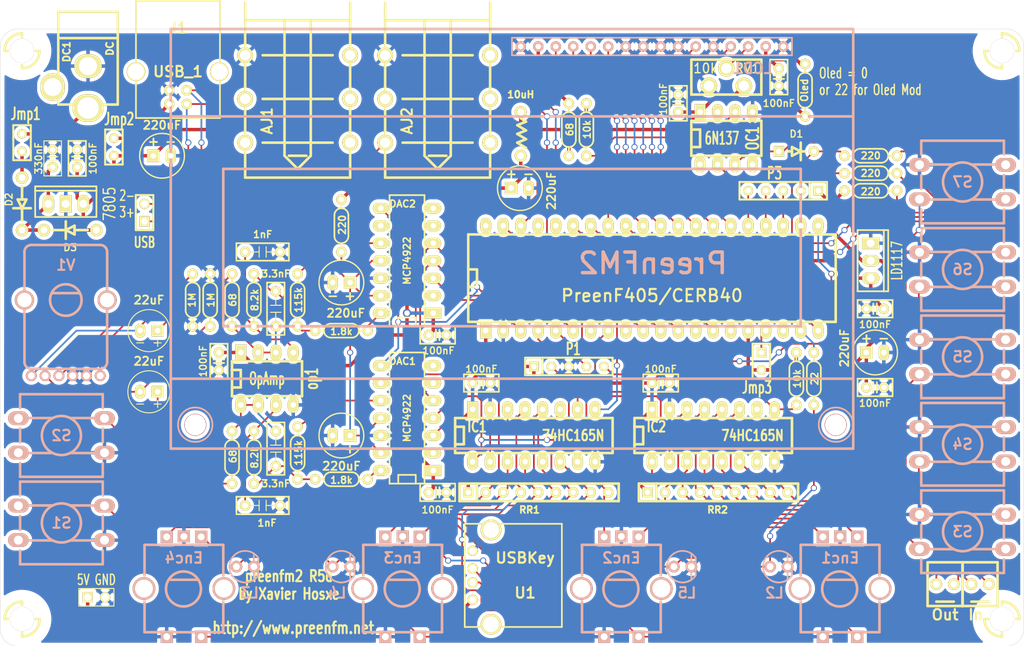
<source format=kicad_pcb>
(kicad_pcb (version 20221018) (generator pcbnew)
  (layers (0 "F.Cu" signal "Dessus") (31 "B.Cu" signal "Dessous") (34 "B.Paste" user) (35 "F.Paste" user) (36 "B.SilkS" user) (37 "F.SilkS" user) (38 "B.Mask" user) (39 "F.Mask" user) (44 "Edge.Cuts" user))
  (net 0 "")
  (net 1 "+3.3V")
  (net 2 "+5V")
  (net 3 "+5VA")
  (net 4 "/AIN1")
  (net 5 "/AIN2")
  (net 6 "/AIN3")
  (net 7 "/AIN4")
  (net 8 "/DB4")
  (net 9 "/DB5")
  (net 10 "/DB6")
  (net 11 "/DB7")
  (net 12 "/E")
  (net 13 "/LED")
  (net 14 "/LODR")
  (net 15 "/MCLK")
  (net 16 "/MLD")
  (net 17 "/MQH")
  (net 18 "/RESET")
  (net 19 "/RR1_1")
  (net 20 "/RR1_2")
  (net 21 "/RR1_3")
  (net 22 "/RR1_4")
  (net 23 "/RR1_5")
  (net 24 "/RR1_6")
  (net 25 "/RR1_7")
  (net 26 "/RR1_8")
  (net 27 "/RR2_1")
  (net 28 "/RR2_2")
  (net 29 "/RR2_3")
  (net 30 "/RR2_4")
  (net 31 "/RR2_5")
  (net 32 "/RR2_6")
  (net 33 "/RR2_7")
  (net 34 "/RR2_8")
  (net 35 "/RS")
  (net 36 "/RX")
  (net 37 "/SPI_CK")
  (net 38 "/SPI_DAC1")
  (net 39 "/SPI_DAC2")
  (net 40 "/SPI_LDAC")
  (net 41 "/SPI_MO")
  (net 42 "/SWD_CLK")
  (net 43 "/SWD_IO")
  (net 44 "/TX")
  (net 45 "/USB_D+")
  (net 46 "/USB_D-")
  (net 47 "/USB_DN")
  (net 48 "/USB_DP")
  (net 49 "GND")
  (net 50 "N-000002")
  (net 51 "N-000005")
  (net 52 "N-000007")
  (net 53 "N-000011")
  (net 54 "N-000015")
  (net 55 "N-000016")
  (net 56 "N-000017")
  (net 57 "N-000018")
  (net 58 "N-000021")
  (net 59 "N-000022")
  (net 60 "N-000023")
  (net 61 "N-000024")
  (net 62 "N-000025")
  (net 63 "N-000026")
  (net 64 "N-000027")
  (net 65 "N-000048")
  (net 66 "N-000066")
  (net 67 "N-000076")
  (net 68 "N-000077")
  (net 69 "N-000082")
  (net 70 "N-000083")
  (net 71 "N-000084")
  (net 72 "N-000085")
  (net 73 "N-000086")
  (net 74 "N-000088")
  (net 75 "N-000089")
  (net 76 "N-000091")
  (net 77 "N-000093")
  (net 78 "N-000094")
  (net 79 "N-000095")
  (net 80 "N-000099")
  (footprint "FMHole3mm" (layer "F.Cu") (at 62.865 31.115 180)
    (fp_text reference "P4" hide)
    (fp_text value "CONN_1" hide)
  )
  (footprint "FMHole3mm" (layer "F.Cu") (at 62.865 113.665 180)
    (fp_text reference "P7" hide)
    (fp_text value "CONN_1" hide)
  )
  (footprint "FMHole3mm" (layer "F.Cu") (at 205.105 31.115 90)
    (fp_text reference "P6" hide)
    (fp_text value "CONN_1" hide)
  )
  (footprint "FMHole3mm" (layer "F.Cu") (at 205.105 113.665 -90)
    (fp_text reference "P5" hide)
    (fp_text value "CONN_1" hide)
  )
  (footprint "FMResistance" (layer "F.Cu") (at 144.78 42.545 90)
    (fp_text reference "R5" hide)
    (fp_text value "10k")
  )
  (footprint "FMResistance" (layer "F.Cu") (at 102.87 89.535 -90)
    (fp_text reference "R8" hide)
    (fp_text value "115k")
  )
  (footprint "FMResistance" (layer "F.Cu") (at 175.26 78.74 -90)
    (fp_text reference "R4" hide)
    (fp_text value "10k")
  )
  (footprint "FMResistance" (layer "F.Cu") (at 186.055 48.895 180)
    (fp_text reference "R3" hide)
    (fp_text value "220")
  )
  (footprint "FMResistance" (layer "F.Cu") (at 186.055 46.355 180)
    (fp_text reference "R2" hide)
    (fp_text value "220")
  )
  (footprint "FMResistance" (layer "F.Cu") (at 186.055 51.435 180)
    (fp_text reference "R1" hide)
    (fp_text value "220")
  )
  (footprint "FMResistance" (layer "F.Cu") (at 109.22 93.345 180)
    (fp_text reference "R7" hide)
    (fp_text value "1.8k")
  )
  (footprint "FMResistance" (layer "F.Cu") (at 109.22 71.755 180)
    (fp_text reference "R9" hide)
    (fp_text value "1.8k")
  )
  (footprint "FMResistance" (layer "F.Cu") (at 102.87 67.31 -90)
    (fp_text reference "R10" hide)
    (fp_text value "115k")
  )
  (footprint "FMResistance" (layer "F.Cu") (at 96.52 90.17 90)
    (fp_text reference "R12" hide)
    (fp_text value "8.2k")
  )
  (footprint "FMResistance" (layer "F.Cu") (at 96.52 67.31 -90)
    (fp_text reference "R13" hide)
    (fp_text value "8.2k")
  )
  (footprint "FMResistance" (layer "F.Cu") (at 93.345 90.17 -90)
    (fp_text reference "R14" hide)
    (fp_text value "68")
  )
  (footprint "FMResistance" (layer "F.Cu") (at 93.345 67.31 90)
    (fp_text reference "R15" hide)
    (fp_text value "68")
  )
  (footprint "FMResistance" (layer "F.Cu") (at 90.17 67.31 90)
    (fp_text reference "R16" hide)
    (fp_text value "1M")
  )
  (footprint "FMJACK" (layer "F.Cu") (at 102.87 36.83 90)
    (fp_text reference "AJ1")
    (fp_text value "AUDIO_JACK" hide)
  )
  (footprint "FMInductance" (layer "F.Cu") (at 135.255 43.18 -90)
    (fp_text reference "L1" hide)
    (fp_text value "10uH")
  )
  (footprint "FMCondeDecouplage2" (layer "F.Cu") (at 158.115 38.735 90)
    (fp_text reference "C3" hide)
    (fp_text value "100nF")
  )
  (footprint "FMCondeDecouplage2" (layer "F.Cu") (at 70.866 46.736 90)
    (fp_text reference "C5" hide)
    (fp_text value "100nF")
  )
  (footprint "FMCondeDecouplage2" (layer "F.Cu") (at 123.19 95.25)
    (fp_text reference "C7" hide)
    (fp_text value "100nF")
  )
  (footprint "FMCondoPlastic" (layer "F.Cu") (at 99.695 68.58 90)
    (fp_text reference "C18" hide)
    (fp_text value "3.3nF")
  )
  (footprint "FMCondeDecouplage2" (layer "F.Cu") (at 129.54 79.375)
    (fp_text reference "C2" hide)
    (fp_text value "100nF")
  )
  (footprint "FMCondeDecouplage2" (layer "F.Cu") (at 91.44 76.2 -90)
    (fp_text reference "C19" hide)
    (fp_text value "100nF")
  )
  (footprint "FMCondeDecouplage2" (layer "F.Cu") (at 123.19 72.39)
    (fp_text reference "C8" hide)
    (fp_text value "100nF")
  )
  (footprint "FMCondeDecouplage2" (layer "F.Cu") (at 172.72 34.925 -90)
    (fp_text reference "C14" hide)
    (fp_text value "100nF")
  )
  (footprint "FMCondoPlastic" (layer "F.Cu") (at 97.79 60.325)
    (fp_text reference "C15" hide)
    (fp_text value "1nF")
  )
  (footprint "FMCondoPlastic" (layer "F.Cu") (at 97.79 97.155)
    (fp_text reference "C16" hide)
    (fp_text value "1nF")
  )
  (footprint "FMResistance" (layer "F.Cu") (at 87.63 67.31 -90)
    (fp_text reference "R17" hide)
    (fp_text value "1M")
  )
  (footprint "FMUSB_A" (layer "F.Cu") (at 128.27 107.315)
    (fp_text reference "U1")
    (fp_text value "USBKey")
  )
  (footprint "FMCondeDecouplage" (layer "F.Cu") (at 67.31 46.736 90)
    (fp_text reference "C12" hide)
    (fp_text value "330nF")
  )
  (footprint "FMCondoPlastic" (layer "F.Cu") (at 99.695 88.9 -90)
    (fp_text reference "C17" hide)
    (fp_text value "3.3nF")
  )
  (footprint "FMResistance" (layer "F.Cu") (at 177.8 78.74 -90)
    (fp_text reference "R18" hide)
    (fp_text value "22")
  )
  (footprint "FMResistance" (layer "F.Cu") (at 142.24 42.545 -90)
    (fp_text reference "R11" hide)
    (fp_text value "68")
  )
  (footprint "FMCondeDecouplage2" (layer "F.Cu") (at 155.575 79.375)
    (fp_text reference "C1" hide)
    (fp_text value "100nF")
  )
  (footprint "FMCondeDecouplage2" (layer "F.Cu") (at 186.69 68.58 180)
    (fp_text reference "C10" hide)
    (fp_text value "100nF")
  )
  (footprint "FMJACK" (layer "F.Cu") (at 123.19 36.83 90)
    (fp_text reference "AJ2")
    (fp_text value "AUDIO_JACK" hide)
  )
  (footprint "FMUSB2" (layer "F.Cu") (at 85.4964 34.1376 180)
    (fp_text reference "J1")
    (fp_text value "USB_1")
  )
  (footprint "FMMidi2" (layer "F.Cu") (at 196.85 106.045)
    (fp_text reference "M2" hide)
    (fp_text value "Out")
  )
  (footprint "FMMidi2" (layer "F.Cu") (at 201.93 106.045)
    (fp_text reference "M1" hide)
    (fp_text value "In")
  )
  (footprint "JACK_ALIM4" (layer "F.Cu") (at 72.4408 33.3248 -90)
    (fp_text reference "DC1")
    (fp_text value "DC")
  )
  (footprint "FMLD1117" (layer "F.Cu") (at 186.055 61.595)
    (fp_text reference "3V1" hide)
    (fp_text value "LD1117")
  )
  (footprint "FMRR9" (layer "F.Cu") (at 163.83 95.25)
    (fp_text reference "RR2")
    (fp_text value "RR10k" hide)
  )
  (footprint "FMRR9" (layer "F.Cu") (at 137.795 95.25)
    (fp_text reference "RR1")
    (fp_text value "RR10k" hide)
  )
  (footprint "FMRV2" (layer "F.Cu") (at 165.1 34.925)
    (fp_text reference "RV1")
    (fp_text value "10k")
  )
  (footprint "SIL-5" (layer "F.Cu") (at 172.085 51.435 180)
    (fp_text reference "P3")
    (fp_text value "CONN_5" hide)
  )
  (footprint "SIL-5" (layer "F.Cu") (at 143.51 76.962)
    (fp_text reference "P1")
    (fp_text value "CONN_5" hide)
  )
  (footprint "DIP-40__600_ELL" (layer "F.Cu") (at 154.305 64.135)
    (fp_text reference "C4" hide)
    (fp_text value "PreenF405/CERB40")
  )
  (footprint "DIP-16__300_ELL" (layer "F.Cu") (at 163.195 86.995)
    (fp_text reference "IC2")
    (fp_text value "74HC165N")
  )
  (footprint "DIP-16__300_ELL" (layer "F.Cu") (at 137.16 86.995)
    (fp_text reference "IC1")
    (fp_text value "74HC165N")
  )
  (footprint "FMDiode2" (layer "F.Cu") (at 175.26 45.72)
    (fp_text reference "D1")
    (fp_text value "1N4148" hide)
  )
  (footprint "DIP-8__300_ELL" (layer "F.Cu") (at 165.1 43.815)
    (fp_text reference "OC1")
    (fp_text value "6N137")
  )
  (footprint "FMCondoChimique2" (layer "F.Cu") (at 135.128 51.054)
    (fp_text reference "C6" hide)
    (fp_text value "220uF")
  )
  (footprint "SIL-2" (layer "F.Cu") (at 62.865 44.45 -90)
    (fp_text reference "Jmp1")
    (fp_text value "Jmp" hide)
  )
  (footprint "SIL-2" (layer "F.Cu") (at 76.2 45.085 90)
    (fp_text reference "Jmp2")
    (fp_text value "Jmp" hide)
  )
  (footprint "FMCondoChimique_10uF_2" (layer "F.Cu") (at 81.28 80.645 180)
    (fp_text reference "C20" hide)
    (fp_text value "22uF")
  )
  (footprint "FMCondoChimique_10uF_2" (layer "F.Cu") (at 81.28 71.755 180)
    (fp_text reference "C21" hide)
    (fp_text value "22uF")
  )
  (footprint "FMDiode1N4001_2" (layer "F.Cu") (at 62.865 53.34 -90)
    (fp_text reference "D2")
    (fp_text value "1N4001" hide)
  )
  (footprint "FM7805" (layer "F.Cu") (at 69.215 53.34 90)
    (fp_text reference "5V1" hide)
    (fp_text value "7805")
  )
  (footprint "FMDiode1N4001_2" (layer "F.Cu") (at 69.85 57.15 180)
    (fp_text reference "D3")
    (fp_text value "1N4001" hide)
  )
  (footprint "SIL-2" (layer "F.Cu") (at 170.18 76.2 -90)
    (fp_text reference "Jmp3")
    (fp_text value "Jmp" hide)
  )
  (footprint "FMCondoChimique2" (layer "F.Cu") (at 186.69 74.93)
    (fp_text reference "C9" hide)
    (fp_text value "220uF")
  )
  (footprint "FMResistance" (layer "F.Cu") (at 109.22 56.515 -90)
    (fp_text reference "R6" hide)
    (fp_text value "220")
  )
  (footprint "FMCondoChimique2" (layer "F.Cu") (at 109.22 86.995 180)
    (fp_text reference "C11" hide)
    (fp_text value "220uF")
  )
  (footprint "FMCondoChimique2" (layer "F.Cu") (at 109.22 64.77 180)
    (fp_text reference "C13" hide)
    (fp_text value "220uF")
  )
  (footprint "FM_mcp4922_2" (layer "F.Cu") (at 118.745 84.455 90)
    (fp_text reference "DAC1")
    (fp_text value "MCP4922")
  )
  (footprint "PIN_ARRAY_2X1" (layer "F.Cu") (at 73.66 110.49)
    (fp_text reference "POW1" hide)
    (fp_text value "5V" hide)
  )
  (footprint "DIP-8__300_ELL" (layer "F.Cu") (at 98.425 78.74)
    (fp_text reference "op1")
    (fp_text value "OpAmp")
  )
  (footprint "FMCondeDecouplage2" (layer "F.Cu") (at 186.69 80.01)
    (fp_text reference "C23" hide)
    (fp_text value "100nF")
  )
  (footprint "FM_mcp4922_2" (layer "F.Cu") (at 118.745 61.595 90)
    (fp_text reference "DAC2")
    (fp_text value "MCP4922")
  )
  (footprint "FMCondoChimique2" (layer "F.Cu") (at 83.185 46.355)
    (fp_text reference "C22" hide)
    (fp_text value "220uF")
  )
  (footprint "SIL-2" (layer "F.Cu") (at 80.645 54.61 90)
    (fp_text reference "K2" hide)
    (fp_text value "USB")
  )
  (footprint "FMResistance" (layer "F.Cu") (at 176.53 36.83 -90)
    (fp_text reference "R19" hide)
    (fp_text value "Oled")
  )
  (footprint "FMEncoderWithSwitch2" (layer "B.Cu") (at 149.86 109.22 180)
    (fp_text reference "Enc2")
    (fp_text value "ENCODER_SW" hide)
  )
  (footprint "FMEncoderWithSwitch2" (layer "B.Cu") (at 181.61 109.22 180)
    (fp_text reference "Enc1")
    (fp_text value "ENCODER_SW" hide)
  )
  (footprint "FMEncoderWithSwitch2" (layer "B.Cu") (at 86.36 109.22 180)
    (fp_text reference "Enc4")
    (fp_text value "ENCODER_SW" hide)
  )
  (footprint "FMButton2" (layer "B.Cu") (at 199.39 100.965 180)
    (fp_text reference "S3")
    (fp_text value "SWITCH" hide)
  )
  (footprint "FMButton2" (layer "B.Cu") (at 199.39 88.265 180)
    (fp_text reference "S4")
    (fp_text value "SWITCH" hide)
  )
  (footprint "FMButton2" (layer "B.Cu") (at 199.39 75.565 180)
    (fp_text reference "S5")
    (fp_text value "SWITCH" hide)
  )
  (footprint "FMButton2" (layer "B.Cu") (at 199.39 62.865 180)
    (fp_text reference "S6")
    (fp_text value "SWITCH" hide)
  )
  (footprint "FMButton2" (layer "B.Cu") (at 199.39 50.165 180)
    (fp_text reference "S7")
    (fp_text value "SWITCH" hide)
  )
  (footprint "FMEncoderWithSwitch2" (layer "B.Cu") (at 118.11 109.22 180)
    (fp_text reference "Enc3")
    (fp_text value "ENCODER_SW" hide)
  )
  (footprint "FMButton2" (layer "B.Cu") (at 68.58 99.695)
    (fp_text reference "S1")
    (fp_text value "SWITCH" hide)
  )
  (footprint "FMButton2" (layer "B.Cu") (at 68.58 86.995)
    (fp_text reference "S2")
    (fp_text value "SWITCH" hide)
  )
  (footprint "FMLed" (layer "B.Cu") (at 172.72 106.045)
    (fp_text reference "L2")
    (fp_text value "LED" hide)
  )
  (footprint "FMDualPotALPS" (layer "B.Cu") (at 69.215 67.31 180)
    (fp_text reference "V1")
    (fp_text value "VOLUME" hide)
  )
  (footprint "FMLed" (layer "B.Cu") (at 109.22 106.045)
    (fp_text reference "L4")
    (fp_text value "LED" hide)
  )
  (footprint "FMLed" (layer "B.Cu") (at 158.75 106.045)
    (fp_text reference "L5")
    (fp_text value "LED" hide)
  )
  (footprint "FMLed" (layer "B.Cu") (at 95.25 106.045)
    (fp_text reference "L3")
    (fp_text value "LED" hide)
  )
  (footprint "FMLCD4x20_2" (layer "B.Cu") (at 135.255 58.42 180)
    (fp_text reference "LCD1")
    (fp_text value "Disp_20x4" hide)
  )
  (gr_line (start 62.23 117.602) (end 205.74 117.602) (stroke (width 0.0508)) (layer "Edge.Cuts"))
  (gr_arc (start 205.74 27.94) (mid 207.536051 28.683949) (end 208.28 30.48) (stroke (width 0.0508)) (layer "Edge.Cuts"))
  (gr_arc (start 62.23 117.602) (mid 60.433949 116.858051) (end 59.69 115.062) (stroke (width 0.0508)) (layer "Edge.Cuts"))
  (gr_arc (start 59.69 30.48) (mid 60.433949 28.683949) (end 62.23 27.94) (stroke (width 0.0508)) (layer "Edge.Cuts"))
  (gr_arc (start 208.28 115.062) (mid 207.536051 116.858051) (end 205.74 117.602) (stroke (width 0.0508)) (layer "Edge.Cuts"))
  (gr_line (start 208.28 115.062) (end 208.28 30.48) (stroke (width 0.0508)) (layer "Edge.Cuts"))
  (gr_line (start 62.23 27.94) (end 205.74 27.94) (stroke (width 0.0508)) (layer "Edge.Cuts"))
  (gr_line (start 59.69 30.48) (end 59.69 115.062) (stroke (width 0.0508)) (layer "Edge.Cuts"))
  (gr_text "2-\n3+" (at 78.105 53.34) (layer "F.SilkS") (effects (font (size 1.50114 1.00076) (thickness 0.20066))))
  (gr_text "preenfm2 R5d\nby Xavier Hosxe" (at 101.6 108.712) (layer "F.SilkS") (effects (font (size 1.6002 1.19888) (thickness 0.29972))))
  (gr_text "5V GND" (at 73.66 107.95) (layer "F.SilkS") (effects (font (size 1.50114 1.00076) (thickness 0.20066))))
  (gr_text "http://www.preenfm.net" (at 102.235 114.935) (layer "F.SilkS") (effects (font (size 1.69926 1.30048) (thickness 0.29972))))
  (gr_text "Oled = 0\nor 22 for Oled Mod" (at 178.435 35.56) (layer "F.SilkS") (effects (font (size 1.50114 1.00076) (thickness 0.20066)) (justify left)))
  (segment (start 127.635 93.98) (end 126.365 92.71) (width 0.50038) (layer "F.Cu") (net 1))
  (segment (start 126.365 92.71) (end 126.365 85.09) (width 0.50038) (layer "F.Cu") (net 1))
  (segment (start 126.365 85.09) (end 128.27 83.185) (width 0.50038) (layer "F.Cu") (net 1))
  (segment (start 182.88 77.47) (end 185.42 74.93) (width 0.50038) (layer "F.Cu") (net 1))
  (segment (start 175.26 77.47) (end 182.88 77.47) (width 0.50038) (layer "F.Cu") (net 1))
  (segment (start 184.785 61.595) (end 180.34 57.15) (width 0.50038) (layer "F.Cu") (net 1))
  (segment (start 180.34 57.15) (end 180.34 53.34) (width 0.50038) (layer "F.Cu") (net 1))
  (segment (start 180.34 53.34) (end 178.435 51.435) (width 0.50038) (layer "F.Cu") (net 1))
  (segment (start 152.4 93.98) (end 152.4 85.09) (width 0.50038) (layer "F.Cu") (net 1))
  (segment (start 152.4 85.09) (end 154.305 83.185) (width 0.50038) (layer "F.Cu") (net 1))
  (segment (start 168.275 77.47) (end 175.26 77.47) (width 0.50038) (layer "F.Cu") (net 1))
  (segment (start 130.175 76.962) (end 130.175 71.755) (width 0.50038) (layer "F.Cu") (net 1))
  (segment (start 128.27 78.867) (end 130.175 76.962) (width 0.50038) (layer "F.Cu") (net 1))
  (segment (start 137.795 79.375) (end 137.16 78.74) (width 0.50038) (layer "F.Cu") (net 1))
  (segment (start 137.16 78.74) (end 137.16 76.962) (width 0.50038) (layer "F.Cu") (net 1))
  (segment (start 187.579 61.595) (end 189.865 63.881) (width 0.50038) (layer "F.Cu") (net 1))
  (segment (start 189.865 63.881) (end 189.865 69.85) (width 0.50038) (layer "F.Cu") (net 1))
  (segment (start 153.67 95.25) (end 152.4 93.98) (width 0.50038) (layer "F.Cu") (net 1))
  (segment (start 186.055 61.595) (end 184.785 61.595) (width 0.50038) (layer "F.Cu") (net 1))
  (segment (start 168.275 71.755) (end 168.275 77.47) (width 0.50038) (layer "F.Cu") (net 1))
  (segment (start 127.635 95.25) (end 127.635 93.98) (width 0.50038) (layer "F.Cu") (net 1))
  (segment (start 156.21 77.47) (end 168.275 77.47) (width 0.50038) (layer "F.Cu") (net 1))
  (segment (start 186.055 61.595) (end 187.579 61.595) (width 0.50038) (layer "F.Cu") (net 1))
  (segment (start 175.26 74.93) (end 175.26 77.47) (width 0.50038) (layer "F.Cu") (net 1))
  (segment (start 185.42 74.93) (end 185.42 80.01) (width 0.50038) (layer "F.Cu") (net 1))
  (segment (start 154.305 79.375) (end 156.21 77.47) (width 0.50038) (layer "F.Cu") (net 1))
  (segment (start 170.18 77.47) (end 175.26 77.47) (width 0.50038) (layer "F.Cu") (net 1))
  (segment (start 185.42 74.295) (end 189.865 69.85) (width 0.50038) (layer "F.Cu") (net 1))
  (segment (start 185.42 74.295) (end 185.42 74.93) (width 0.50038) (layer "F.Cu") (net 1))
  (segment (start 180.34 53.34) (end 182.245 51.435) (width 0.50038) (layer "F.Cu") (net 1))
  (segment (start 137.16 76.962) (end 130.175 76.962) (width 0.50038) (layer "F.Cu") (net 1))
  (segment (start 128.27 79.375) (end 128.27 78.867) (width 0.50038) (layer "F.Cu") (net 1))
  (segment (start 154.305 79.375) (end 137.795 79.375) (width 0.50038) (layer "F.Cu") (net 1))
  (segment (start 128.27 79.375) (end 128.27 83.185) (width 0.50038) (layer "B.Cu") (net 1))
  (segment (start 154.305 79.375) (end 154.305 83.185) (width 0.50038) (layer "B.Cu") (net 1))
  (segment (start 118.745 53.34) (end 118.745 69.215) (width 0.50038) (layer "F.Cu") (net 2))
  (segment (start 121.285 51.054) (end 121.031 51.054) (width 0.50038) (layer "F.Cu") (net 2))
  (segment (start 118.745 69.215) (end 118.745 72.39) (width 0.50038) (layer "F.Cu") (net 2))
  (segment (start 110.871 51.054) (end 109.22 52.705) (width 0.50038) (layer "F.Cu") (net 2))
  (segment (start 118.745 88.265) (end 122.555 92.075) (width 0.50038) (layer "F.Cu") (net 2))
  (segment (start 114.935 72.39) (end 110.49 76.835) (width 0.50038) (layer "F.Cu") (net 2))
  (segment (start 122.555 71.755) (end 122.555 69.215) (width 0.50038) (layer "F.Cu") (net 2))
  (segment (start 122.555 94.615) (end 122.555 92.075) (width 0.50038) (layer "F.Cu") (net 2))
  (segment (start 121.031 51.054) (end 118.745 53.34) (width 0.50038) (layer "F.Cu") (net 2))
  (segment (start 121.92 72.39) (end 122.555 71.755) (width 0.50038) (layer "F.Cu") (net 2))
  (segment (start 118.745 72.39) (end 118.745 88.265) (width 0.50038) (layer "F.Cu") (net 2))
  (segment (start 135.255 49.657) (end 133.858 51.054) (width 0.50038) (layer "F.Cu") (net 2))
  (segment (start 94.615 74.93) (end 91.44 74.93) (width 0.50038) (layer "F.Cu") (net 2))
  (segment (start 121.285 51.054) (end 110.871 51.054) (width 0.50038) (layer "F.Cu") (net 2))
  (segment (start 121.92 95.25) (end 122.555 94.615) (width 0.50038) (layer "F.Cu") (net 2))
  (segment (start 110.49 76.835) (end 96.52 76.835) (width 0.50038) (layer "F.Cu") (net 2))
  (segment (start 121.285 51.054) (end 133.858 51.054) (width 0.50038) (layer "F.Cu") (net 2))
  (segment (start 96.52 76.835) (end 94.615 74.93) (width 0.50038) (layer "F.Cu") (net 2))
  (segment (start 135.255 46.355) (end 135.255 49.657) (width 0.50038) (layer "F.Cu") (net 2))
  (segment (start 118.745 72.39) (end 114.935 72.39) (width 0.50038) (layer "F.Cu") (net 2))
  (via (at 118.745 69.215) (size 1.19888) (drill 0.8001) (layers "F.Cu" "B.Cu") (net 2))
  (segment (start 122.555 69.215) (end 118.745 69.215) (width 0.50038) (layer "B.Cu") (net 2))
  (segment (start 61.595 80.01) (end 65.405 83.82) (width 0.50038) (layer "F.Cu") (net 3))
  (segment (start 71.755 53.34) (end 71.755 57.15) (width 0.50038) (layer "F.Cu") (net 3))
  (segment (start 161.29 40.005) (end 158.115 40.005) (width 0.50038) (layer "F.Cu") (net 3))
  (segment (start 137.795 52.07) (end 136.525 53.34) (width 0.50038) (layer "F.Cu") (net 3))
  (segment (start 128.905 53.34) (end 127.635 54.61) (width 0.50038) (layer "F.Cu") (net 3))
  (segment (start 71.755 57.15) (end 71.755 62.865) (width 0.50038) (layer "F.Cu") (net 3))
  (segment (start 85.725 42.545) (end 135.255 42.545) (width 0.50038) (layer "F.Cu") (net 3))
  (segment (start 65.405 83.82) (end 65.405 107.95) (width 0.50038) (layer "F.Cu") (net 3))
  (segment (start 165.735 38.1) (end 167.64 36.195) (width 0.50038) (layer "F.Cu") (net 3))
  (segment (start 173.99 38.1) (end 176.53 40.64) (width 0.50038) (layer "F.Cu") (net 3))
  (segment (start 144.78 42.545) (end 158.75 42.545) (width 0.50038) (layer "F.Cu") (net 3))
  (segment (start 144.78 42.545) (end 144.78 38.735) (width 0.50038) (layer "F.Cu") (net 3))
  (segment (start 135.255 42.545) (end 135.255 40.005) (width 0.50038) (layer "F.Cu") (net 3))
  (segment (start 142.24 42.545) (end 144.78 42.545) (width 0.50038) (layer "F.Cu") (net 3))
  (segment (start 136.525 53.34) (end 128.905 53.34) (width 0.50038) (layer "F.Cu") (net 3))
  (segment (start 186.055 66.675) (end 187.96 68.58) (width 0.50038) (layer "F.Cu") (net 3))
  (segment (start 182.88 64.135) (end 186.055 64.135) (width 0.50038) (layer "F.Cu") (net 3))
  (segment (start 186.055 64.135) (end 186.055 66.675) (width 0.50038) (layer "F.Cu") (net 3))
  (segment (start 126.111 113.03) (end 128.27 110.871) (width 0.50038) (layer "F.Cu") (net 3))
  (segment (start 127.635 54.61) (end 127.635 57.785) (width 0.50038) (layer "F.Cu") (net 3))
  (segment (start 161.29 40.005) (end 163.195 38.1) (width 0.50038) (layer "F.Cu") (net 3))
  (segment (start 158.75 42.545) (end 161.29 40.005) (width 0.50038) (layer "F.Cu") (net 3))
  (segment (start 81.915 46.355) (end 85.725 42.545) (width 0.50038) (layer "F.Cu") (net 3))
  (segment (start 165.735 38.1) (end 173.99 38.1) (width 0.50038) (layer "F.Cu") (net 3))
  (segment (start 131.445 61.595) (end 180.34 61.595) (width 0.50038) (layer "F.Cu") (net 3))
  (segment (start 81.915 46.355) (end 76.2 46.355) (width 0.50038) (layer "F.Cu") (net 3))
  (segment (start 70.866 52.451) (end 71.755 53.34) (width 0.50038) (layer "F.Cu") (net 3))
  (segment (start 76.2 46.355) (end 76.2 49.53) (width 0.50038) (layer "F.Cu") (net 3))
  (segment (start 180.34 61.595) (end 182.88 64.135) (width 0.50038) (layer "F.Cu") (net 3))
  (segment (start 71.755 62.865) (end 61.595 73.025) (width 0.50038) (layer "F.Cu") (net 3))
  (segment (start 163.195 38.1) (end 165.735 38.1) (width 0.50038) (layer "F.Cu") (net 3))
  (segment (start 70.866 48.006) (end 70.866 52.451) (width 0.50038) (layer "F.Cu") (net 3))
  (segment (start 142.24 42.545) (end 142.24 46.355) (width 0.50038) (layer "F.Cu") (net 3))
  (segment (start 137.795 42.545) (end 137.795 52.07) (width 0.50038) (layer "F.Cu") (net 3))
  (segment (start 72.39 110.49) (end 72.39 113.03) (width 0.50038) (layer "F.Cu") (net 3))
  (segment (start 72.39 53.34) (end 76.2 49.53) (width 0.50038) (layer "F.Cu") (net 3))
  (segment (start 135.255 42.545) (end 137.795 42.545) (width 0.50038) (layer "F.Cu") (net 3))
  (segment (start 61.595 73.025) (end 61.595 80.01) (width 0.50038) (layer "F.Cu") (net 3))
  (segment (start 72.39 113.03) (end 126.111 113.03) (width 0.50038) (layer "F.Cu") (net 3))
  (segment (start 65.405 107.95) (end 70.485 113.03) (width 0.50038) (layer "F.Cu") (net 3))
  (segment (start 127.635 57.785) (end 131.445 61.595) (width 0.50038) (layer "F.Cu") (net 3))
  (segment (start 71.755 57.15) (end 73.66 57.15) (width 0.50038) (layer "F.Cu") (net 3))
  (segment (start 70.485 113.03) (end 72.39 113.03) (width 0.50038) (layer "F.Cu") (net 3))
  (segment (start 137.795 42.545) (end 142.24 42.545) (width 0.50038) (layer "F.Cu") (net 3))
  (segment (start 71.755 53.34) (end 72.39 53.34) (width 0.50038) (layer "F.Cu") (net 3))
  (segment (start 175.895 56.515) (end 175.895 51.435) (width 0.24892) (layer "F.Cu") (net 4))
  (segment (start 173.355 56.515) (end 173.355 51.435) (width 0.24892) (layer "F.Cu") (net 5))
  (segment (start 170.815 56.515) (end 170.815 51.435) (width 0.24892) (layer "F.Cu") (net 6))
  (segment (start 168.275 56.515) (end 168.275 51.435) (width 0.24892) (layer "F.Cu") (net 7))
  (segment (start 147.955 36.195) (end 153.035 41.275) (width 0.24892) (layer "F.Cu") (net 8))
  (segment (start 153.035 45.085) (end 153.035 48.895) (width 0.24892) (layer "F.Cu") (net 8))
  (segment (start 153.035 48.895) (end 160.655 56.515) (width 0.24892) (layer "F.Cu") (net 8))
  (segment (start 147.955 30.48) (end 147.955 36.195) (width 0.24892) (layer "F.Cu") (net 8))
  (via (at 153.035 41.275) (size 0.889) (drill 0.635) (layers "F.Cu" "B.Cu") (net 8))
  (via (at 153.035 45.085) (size 0.889) (drill 0.635) (layers "F.Cu" "B.Cu") (net 8))
  (segment (start 153.035 41.275) (end 153.035 45.085) (width 0.24892) (layer "B.Cu") (net 8))
  (segment (start 151.765 50.165) (end 151.765 45.085) (width 0.24892) (layer "F.Cu") (net 9))
  (segment (start 151.765 41.275) (end 145.415 34.925) (width 0.24892) (layer "F.Cu") (net 9))
  (segment (start 145.415 34.925) (end 145.415 30.48) (width 0.24892) (layer "F.Cu") (net 9))
  (segment (start 158.115 56.515) (end 151.765 50.165) (width 0.24892) (layer "F.Cu") (net 9))
  (via (at 151.765 41.275) (size 0.889) (drill 0.635) (layers "F.Cu" "B.Cu") (net 9))
  (via (at 151.765 45.085) (size 0.889) (drill 0.635) (layers "F.Cu" "B.Cu") (net 9))
  (segment (start 151.765 45.085) (end 151.765 41.275) (width 0.24892) (layer "B.Cu") (net 9))
  (segment (start 142.875 33.655) (end 150.495 41.275) (width 0.24892) (layer "F.Cu") (net 10))
  (segment (start 150.495 45.085) (end 150.495 51.435) (width 0.24892) (layer "F.Cu") (net 10))
  (segment (start 150.495 51.435) (end 155.575 56.515) (width 0.24892) (layer "F.Cu") (net 10))
  (segment (start 142.875 30.48) (end 142.875 33.655) (width 0.24892) (layer "F.Cu") (net 10))
  (via (at 150.495 45.085) (size 0.889) (drill 0.635) (layers "F.Cu" "B.Cu") (net 10))
  (via (at 150.495 41.275) (size 0.889) (drill 0.635) (layers "F.Cu" "B.Cu") (net 10))
  (segment (start 150.495 41.275) (end 150.495 45.085) (width 0.24892) (layer "B.Cu") (net 10))
  (segment (start 149.225 52.705) (end 149.225 45.085) (width 0.24892) (layer "F.Cu") (net 11))
  (segment (start 149.225 41.275) (end 140.335 32.385) (width 0.24892) (layer "F.Cu") (net 11))
  (segment (start 140.335 32.385) (end 140.335 30.48) (width 0.24892) (layer "F.Cu") (net 11))
  (segment (start 153.035 56.515) (end 149.225 52.705) (width 0.24892) (layer "F.Cu") (net 11))
  (via (at 149.225 41.275) (size 0.889) (drill 0.635) (layers "F.Cu" "B.Cu") (net 11))
  (via (at 149.225 45.085) (size 0.889) (drill 0.635) (layers "F.Cu" "B.Cu") (net 11))
  (segment (start 149.225 45.085) (end 149.225 41.275) (width 0.24892) (layer "B.Cu") (net 11))
  (segment (start 154.305 47.625) (end 154.305 45.085) (width 0.24892) (layer "F.Cu") (net 12))
  (segment (start 154.305 41.275) (end 153.035 40.005) (width 0.24892) (layer "F.Cu") (net 12))
  (segment (start 153.035 40.005) (end 153.035 33.655) (width 0.24892) (layer "F.Cu") (net 12))
  (segment (start 153.035 33.655) (end 154.94 31.75) (width 0.24892) (layer "F.Cu") (net 12))
  (segment (start 154.94 31.75) (end 159.385 31.75) (width 0.24892) (layer "F.Cu") (net 12))
  (segment (start 159.385 31.75) (end 160.655 30.48) (width 0.24892) (layer "F.Cu") (net 12))
  (segment (start 163.195 56.515) (end 154.305 47.625) (width 0.24892) (layer "F.Cu") (net 12))
  (via (at 154.305 45.085) (size 0.889) (drill 0.635) (layers "F.Cu" "B.Cu") (net 12))
  (via (at 154.305 41.275) (size 0.889) (drill 0.635) (layers "F.Cu" "B.Cu") (net 12))
  (segment (start 154.305 45.085) (end 154.305 41.275) (width 0.24892) (layer "B.Cu") (net 12))
  (segment (start 177.8 73.66) (end 175.895 71.755) (width 0.24892) (layer "B.Cu") (net 13))
  (segment (start 177.8 74.93) (end 177.8 73.66) (width 0.24892) (layer "B.Cu") (net 13))
  (segment (start 170.18 74.93) (end 170.18 72.39) (width 0.24892) (layer "F.Cu") (net 14))
  (segment (start 170.18 72.39) (end 170.815 71.755) (width 0.24892) (layer "F.Cu") (net 14))
  (segment (start 130.81 86.36) (end 132.08 85.09) (width 0.24892) (layer "F.Cu") (net 15))
  (segment (start 127 80.645) (end 126.365 80.01) (width 0.24892) (layer "F.Cu") (net 15))
  (segment (start 126.365 80.01) (end 126.365 75.565) (width 0.24892) (layer "F.Cu") (net 15))
  (segment (start 126.365 75.565) (end 128.27 73.66) (width 0.24892) (layer "F.Cu") (net 15))
  (segment (start 128.27 73.66) (end 128.27 70.485) (width 0.24892) (layer "F.Cu") (net 15))
  (segment (start 128.27 70.485) (end 129.54 69.215) (width 0.24892) (layer "F.Cu") (net 15))
  (segment (start 129.54 69.215) (end 132.715 69.215) (width 0.24892) (layer "F.Cu") (net 15))
  (segment (start 132.715 69.215) (end 135.255 71.755) (width 0.24892) (layer "F.Cu") (net 15))
  (segment (start 156.845 86.995) (end 155.575 85.725) (width 0.24892) (layer "F.Cu") (net 15))
  (segment (start 155.575 85.725) (end 155.575 81.915) (width 0.24892) (layer "F.Cu") (net 15))
  (segment (start 155.575 81.915) (end 154.94 81.28) (width 0.24892) (layer "F.Cu") (net 15))
  (segment (start 154.94 81.28) (end 145.415 81.28) (width 0.24892) (layer "F.Cu") (net 15))
  (segment (start 145.415 81.28) (end 144.78 81.915) (width 0.24892) (layer "F.Cu") (net 15))
  (segment (start 144.78 81.915) (end 144.78 84.455) (width 0.24892) (layer "F.Cu") (net 15))
  (segment (start 144.78 84.455) (end 144.145 85.09) (width 0.24892) (layer "F.Cu") (net 15))
  (segment (start 144.145 85.09) (end 142.875 85.09) (width 0.24892) (layer "F.Cu") (net 15))
  (segment (start 142.875 85.09) (end 142.24 84.455) (width 0.24892) (layer "F.Cu") (net 15))
  (segment (start 142.24 84.455) (end 142.24 81.915) (width 0.24892) (layer "F.Cu") (net 15))
  (segment (start 142.24 81.915) (end 140.97 80.645) (width 0.24892) (layer "F.Cu") (net 15))
  (segment (start 140.97 80.645) (end 132.08 80.645) (width 0.24892) (layer "F.Cu") (net 15))
  (segment (start 132.08 80.645) (end 127 80.645) (width 0.24892) (layer "F.Cu") (net 15))
  (segment (start 132.08 80.645) (end 132.08 85.09) (width 0.24892) (layer "F.Cu") (net 15))
  (segment (start 130.81 86.36) (end 130.81 90.805) (width 0.24892) (layer "F.Cu") (net 15))
  (segment (start 156.845 90.805) (end 156.845 86.995) (width 0.24892) (layer "F.Cu") (net 15))
  (segment (start 129.54 87.63) (end 129.54 81.915) (width 0.24892) (layer "F.Cu") (net 16))
  (segment (start 129.54 81.915) (end 128.905 81.28) (width 0.24892) (layer "F.Cu") (net 16))
  (segment (start 128.905 81.28) (end 126.365 81.28) (width 0.24892) (layer "F.Cu") (net 16))
  (segment (start 126.365 81.28) (end 125.73 80.645) (width 0.24892) (layer "F.Cu") (net 16))
  (segment (start 125.73 80.645) (end 125.73 74.93) (width 0.24892) (layer "F.Cu") (net 16))
  (segment (start 125.73 74.93) (end 127.635 73.025) (width 0.24892) (layer "F.Cu") (net 16))
  (segment (start 127.635 73.025) (end 127.635 69.85) (width 0.24892) (layer "F.Cu") (net 16))
  (segment (start 127.635 69.85) (end 128.905 68.58) (width 0.24892) (layer "F.Cu") (net 16))
  (segment (start 128.905 68.58) (end 139.7 68.58) (width 0.24892) (layer "F.Cu") (net 16))
  (segment (start 139.7 68.58) (end 142.875 71.755) (width 0.24892) (layer "F.Cu") (net 16))
  (segment (start 154.305 92.71) (end 154.94 93.345) (width 0.24892) (layer "F.Cu") (net 16))
  (segment (start 154.94 93.345) (end 154.94 96.393) (width 0.24892) (layer "F.Cu") (net 16))
  (segment (start 154.94 96.393) (end 154.559 96.774) (width 0.24892) (layer "F.Cu") (net 16))
  (segment (start 154.559 96.774) (end 152.654 96.774) (width 0.24892) (layer "F.Cu") (net 16))
  (segment (start 152.654 96.774) (end 147.955 92.075) (width 0.24892) (layer "F.Cu") (net 16))
  (segment (start 147.955 92.075) (end 147.955 89.535) (width 0.24892) (layer "F.Cu") (net 16))
  (segment (start 147.955 89.535) (end 146.05 87.63) (width 0.24892) (layer "F.Cu") (net 16))
  (segment (start 129.54 89.535) (end 129.54 87.63) (width 0.24892) (layer "F.Cu") (net 16))
  (segment (start 154.305 90.805) (end 154.305 92.71) (width 0.24892) (layer "F.Cu") (net 16))
  (segment (start 128.27 90.805) (end 129.54 89.535) (width 0.24892) (layer "F.Cu") (net 16))
  (segment (start 146.05 87.63) (end 139.065 87.63) (width 0.24892) (layer "F.Cu") (net 16))
  (via (at 139.065 87.63) (size 0.889) (drill 0.635) (layers "F.Cu" "B.Cu") (net 16))
  (via (at 129.54 87.63) (size 0.889) (drill 0.635) (layers "F.Cu" "B.Cu") (net 16))
  (segment (start 139.065 87.63) (end 129.54 87.63) (width 0.24892) (layer "B.Cu") (net 16))
  (segment (start 142.24 73.66) (end 143.51 73.66) (width 0.24892) (layer "F.Cu") (net 17))
  (segment (start 143.51 73.66) (end 144.145 73.025) (width 0.24892) (layer "F.Cu") (net 17))
  (segment (start 144.145 73.025) (end 144.145 70.485) (width 0.24892) (layer "F.Cu") (net 17))
  (segment (start 144.145 70.485) (end 144.78 69.85) (width 0.24892) (layer "F.Cu") (net 17))
  (segment (start 144.78 69.85) (end 148.59 69.85) (width 0.24892) (layer "F.Cu") (net 17))
  (segment (start 148.59 69.85) (end 149.225 70.485) (width 0.24892) (layer "F.Cu") (net 17))
  (segment (start 149.225 70.485) (end 149.225 76.835) (width 0.24892) (layer "F.Cu") (net 17))
  (segment (start 140.335 71.755) (end 142.24 73.66) (width 0.24892) (layer "F.Cu") (net 17))
  (via (at 149.225 76.835) (size 0.889) (drill 0.635) (layers "F.Cu" "B.Cu") (net 17))
  (segment (start 149.225 76.835) (end 149.225 81.915) (width 0.24892) (layer "B.Cu") (net 17))
  (segment (start 149.225 81.915) (end 147.955 83.185) (width 0.24892) (layer "B.Cu") (net 17))
  (segment (start 147.955 83.185) (end 146.05 83.185) (width 0.24892) (layer "B.Cu") (net 17))
  (segment (start 173.99 73.66) (end 179.07 73.66) (width 0.24892) (layer "F.Cu") (net 18))
  (segment (start 179.07 73.66) (end 180.34 72.39) (width 0.24892) (layer "F.Cu") (net 18))
  (segment (start 180.34 72.39) (end 180.34 63.5) (width 0.24892) (layer "F.Cu") (net 18))
  (segment (start 147.447 76.962) (end 148.59 78.105) (width 0.24892) (layer "F.Cu") (net 18))
  (segment (start 148.59 78.105) (end 153.67 78.105) (width 0.24892) (layer "F.Cu") (net 18))
  (segment (start 153.67 78.105) (end 155.575 76.2) (width 0.24892) (layer "F.Cu") (net 18))
  (segment (start 147.32 76.962) (end 147.447 76.962) (width 0.24892) (layer "F.Cu") (net 18))
  (segment (start 167.005 76.2) (end 155.575 76.2) (width 0.24892) (layer "F.Cu") (net 18))
  (segment (start 173.99 73.66) (end 172.72 74.93) (width 0.24892) (layer "F.Cu") (net 18))
  (via (at 172.72 74.93) (size 0.889) (drill 0.635) (layers "F.Cu" "B.Cu") (net 18))
  (via (at 180.34 63.5) (size 0.889) (drill 0.635) (layers "F.Cu" "B.Cu") (net 18))
  (via (at 167.005 76.2) (size 0.889) (drill 0.635) (layers "F.Cu" "B.Cu") (net 18))
  (segment (start 180.34 63.5) (end 178.435 61.595) (width 0.24892) (layer "B.Cu") (net 18))
  (segment (start 172.72 74.93) (end 171.45 76.2) (width 0.24892) (layer "B.Cu") (net 18))
  (segment (start 171.45 76.2) (end 167.005 76.2) (width 0.24892) (layer "B.Cu") (net 18))
  (segment (start 178.435 61.595) (end 178.435 56.515) (width 0.24892) (layer "B.Cu") (net 18))
  (segment (start 132.08 93.345) (end 132.08 86.995) (width 0.24892) (layer "F.Cu") (net 19))
  (segment (start 132.08 86.995) (end 133.35 85.725) (width 0.24892) (layer "F.Cu") (net 19))
  (segment (start 133.35 85.725) (end 133.35 83.185) (width 0.24892) (layer "F.Cu") (net 19))
  (segment (start 93.345 100.965) (end 102.87 100.965) (width 0.24892) (layer "F.Cu") (net 19))
  (segment (start 91.44 99.06) (end 93.345 100.965) (width 0.24892) (layer "F.Cu") (net 19))
  (segment (start 107.315 96.52) (end 128.905 96.52) (width 0.24892) (layer "F.Cu") (net 19))
  (segment (start 74.83094 84.49564) (end 74.97064 84.49564) (width 0.24892) (layer "F.Cu") (net 19))
  (segment (start 74.97064 84.49564) (end 89.535 99.06) (width 0.24892) (layer "F.Cu") (net 19))
  (segment (start 89.535 99.06) (end 91.44 99.06) (width 0.24892) (layer "F.Cu") (net 19))
  (segment (start 102.87 100.965) (end 107.315 96.52) (width 0.24892) (layer "F.Cu") (net 19))
  (segment (start 130.175 95.25) (end 132.08 93.345) (width 0.24892) (layer "F.Cu") (net 19))
  (segment (start 128.905 96.52) (end 130.175 95.25) (width 0.24892) (layer "F.Cu") (net 19))
  (segment (start 130.81 97.155) (end 132.715 95.25) (width 0.24892) (layer "F.Cu") (net 20))
  (segment (start 133.35 94.615) (end 132.715 95.25) (width 0.24892) (layer "F.Cu") (net 20))
  (segment (start 77.47 99.695) (end 90.805 99.695) (width 0.24892) (layer "F.Cu") (net 20))
  (segment (start 74.83094 97.19564) (end 74.97064 97.19564) (width 0.24892) (layer "F.Cu") (net 20))
  (segment (start 90.805 99.695) (end 92.71 101.6) (width 0.24892) (layer "F.Cu") (net 20))
  (segment (start 107.95 97.155) (end 130.81 97.155) (width 0.24892) (layer "F.Cu") (net 20))
  (segment (start 92.71 101.6) (end 103.505 101.6) (width 0.24892) (layer "F.Cu") (net 20))
  (segment (start 133.35 90.805) (end 133.35 94.615) (width 0.24892) (layer "F.Cu") (net 20))
  (segment (start 103.505 101.6) (end 107.95 97.155) (width 0.24892) (layer "F.Cu") (net 20))
  (segment (start 74.97064 97.19564) (end 77.47 99.695) (width 0.24892) (layer "F.Cu") (net 20))
  (segment (start 135.255 94.615) (end 134.62 93.98) (width 0.24892) (layer "F.Cu") (net 21))
  (segment (start 134.62 93.98) (end 134.62 84.455) (width 0.24892) (layer "F.Cu") (net 21))
  (segment (start 134.62 84.455) (end 135.89 83.185) (width 0.24892) (layer "F.Cu") (net 21))
  (segment (start 128.778 109.474) (end 127.508 109.474) (width 0.24892) (layer "F.Cu") (net 21))
  (segment (start 152.35936 116.22024) (end 175.87976 116.22024) (width 0.24892) (layer "F.Cu") (net 21))
  (segment (start 175.87976 116.22024) (end 177.8 114.3) (width 0.24892) (layer "F.Cu") (net 21))
  (segment (start 135.255 95.25) (end 135.255 94.615) (width 0.24892) (layer "F.Cu") (net 21))
  (segment (start 120.60936 116.22024) (end 125.71476 116.22024) (width 0.24892) (layer "F.Cu") (net 21))
  (segment (start 129.54 110.236) (end 128.778 109.474) (width 0.24892) (layer "F.Cu") (net 21))
  (segment (start 132.08 112.395) (end 132.715 113.03) (width 0.24892) (layer "F.Cu") (net 21))
  (segment (start 125.71476 116.22024) (end 129.54 112.395) (width 0.24892) (layer "F.Cu") (net 21))
  (segment (start 177.8 114.3) (end 182.18912 114.3) (width 0.24892) (layer "F.Cu") (net 21))
  (segment (start 127.508 109.474) (end 126.746 108.712) (width 0.24892) (layer "F.Cu") (net 21))
  (segment (start 118.68912 114.3) (end 120.60936 116.22024) (width 0.24892) (layer "F.Cu") (net 21))
  (segment (start 88.85936 116.22024) (end 112.37976 116.22024) (width 0.24892) (layer "F.Cu") (net 21))
  (segment (start 182.18912 114.3) (end 184.10936 116.22024) (width 0.24892) (layer "F.Cu") (net 21))
  (segment (start 149.16912 113.03) (end 152.35936 116.22024) (width 0.24892) (layer "F.Cu") (net 21))
  (segment (start 112.37976 116.22024) (end 114.3 114.3) (width 0.24892) (layer "F.Cu") (net 21))
  (segment (start 129.54 112.395) (end 132.08 112.395) (width 0.24892) (layer "F.Cu") (net 21))
  (segment (start 129.54 112.395) (end 129.54 110.236) (width 0.24892) (layer "F.Cu") (net 21))
  (segment (start 126.746 108.712) (end 126.746 102.108) (width 0.24892) (layer "F.Cu") (net 21))
  (segment (start 132.715 113.03) (end 149.16912 113.03) (width 0.24892) (layer "F.Cu") (net 21))
  (segment (start 114.3 114.3) (end 118.68912 114.3) (width 0.24892) (layer "F.Cu") (net 21))
  (via (at 126.746 102.108) (size 0.889) (drill 0.635) (layers "F.Cu" "B.Cu") (net 21))
  (segment (start 126.746 102.108) (end 126.746 98.552) (width 0.24892) (layer "B.Cu") (net 21))
  (segment (start 126.746 98.552) (end 127.508 97.79) (width 0.24892) (layer "B.Cu") (net 21))
  (segment (start 132.715 97.79) (end 135.255 95.25) (width 0.24892) (layer "B.Cu") (net 21))
  (segment (start 127.508 97.79) (end 132.715 97.79) (width 0.24892) (layer "B.Cu") (net 21))
  (segment (start 131.445 97.79) (end 132.715 96.52) (width 0.24892) (layer "F.Cu") (net 22))
  (segment (start 132.715 96.52) (end 136.525 96.52) (width 0.24892) (layer "F.Cu") (net 22))
  (segment (start 136.525 96.52) (end 137.795 95.25) (width 0.24892) (layer "F.Cu") (net 22))
  (segment (start 135.89 93.345) (end 137.795 95.25) (width 0.24892) (layer "F.Cu") (net 22))
  (segment (start 92.075 102.235) (end 104.14 102.235) (width 0.24892) (layer "F.Cu") (net 22))
  (segment (start 83.86064 101.71938) (end 83.86064 101.55936) (width 0.24892) (layer "F.Cu") (net 22))
  (segment (start 108.585 97.79) (end 131.445 97.79) (width 0.24892) (layer "F.Cu") (net 22))
  (segment (start 90.17 100.33) (end 92.075 102.235) (width 0.24892) (layer "F.Cu") (net 22))
  (segment (start 83.86064 101.55936) (end 85.09 100.33) (width 0.24892) (layer "F.Cu") (net 22))
  (segment (start 85.09 100.33) (end 90.17 100.33) (width 0.24892) (layer "F.Cu") (net 22))
  (segment (start 135.89 90.805) (end 135.89 93.345) (width 0.24892) (layer "F.Cu") (net 22))
  (segment (start 104.14 102.235) (end 108.585 97.79) (width 0.24892) (layer "F.Cu") (net 22))
  (segment (start 132.08 98.425) (end 133.35 97.155) (width 0.24892) (layer "F.Cu") (net 23))
  (segment (start 133.35 97.155) (end 138.43 97.155) (width 0.24892) (layer "F.Cu") (net 23))
  (segment (start 138.43 97.155) (end 140.335 95.25) (width 0.24892) (layer "F.Cu") (net 23))
  (segment (start 137.16 92.075) (end 137.16 84.455) (width 0.24892) (layer "F.Cu") (net 23))
  (segment (start 137.16 84.455) (end 138.43 83.185) (width 0.24892) (layer "F.Cu") (net 23))
  (segment (start 104.775 102.87) (end 109.22 98.425) (width 0.24892) (layer "F.Cu") (net 23))
  (segment (start 88.85936 101.71938) (end 89.01938 101.71938) (width 0.24892) (layer "F.Cu") (net 23))
  (segment (start 109.22 98.425) (end 132.08 98.425) (width 0.24892) (layer "F.Cu") (net 23))
  (segment (start 89.01938 101.71938) (end 90.17 102.87) (width 0.24892) (layer "F.Cu") (net 23))
  (segment (start 90.17 102.87) (end 104.775 102.87) (width 0.24892) (layer "F.Cu") (net 23))
  (segment (start 140.335 95.25) (end 137.16 92.075) (width 0.24892) (layer "F.Cu") (net 23))
  (segment (start 141.605 93.98) (end 140.335 93.98) (width 0.24892) (layer "F.Cu") (net 24))
  (segment (start 140.335 93.98) (end 138.43 92.075) (width 0.24892) (layer "F.Cu") (net 24))
  (segment (start 138.43 92.075) (end 138.43 90.805) (width 0.24892) (layer "F.Cu") (net 24))
  (segment (start 142.875 95.25) (end 141.605 93.98) (width 0.24892) (layer "F.Cu") (net 24))
  (segment (start 118.27002 99.06) (end 115.61064 101.71938) (width 0.24892) (layer "F.Cu") (net 24))
  (segment (start 126.365 99.06) (end 130.175 102.87) (width 0.24892) (layer "F.Cu") (net 24))
  (segment (start 126.365 99.06) (end 118.27002 99.06) (width 0.24892) (layer "F.Cu") (net 24))
  (segment (start 142.875 95.25) (end 135.255 102.87) (width 0.24892) (layer "F.Cu") (net 24))
  (segment (start 130.175 102.87) (end 135.255 102.87) (width 0.24892) (layer "F.Cu") (net 24))
  (segment (start 143.51 93.345) (end 140.97 93.345) (width 0.24892) (layer "F.Cu") (net 25))
  (segment (start 140.97 93.345) (end 139.7 92.075) (width 0.24892) (layer "F.Cu") (net 25))
  (segment (start 139.7 92.075) (end 139.7 89.535) (width 0.24892) (layer "F.Cu") (net 25))
  (segment (start 139.7 89.535) (end 139.065 88.9) (width 0.24892) (layer "F.Cu") (net 25))
  (segment (start 139.065 88.9) (end 138.43 88.9) (width 0.24892) (layer "F.Cu") (net 25))
  (segment (start 138.43 88.9) (end 137.795 88.265) (width 0.24892) (layer "F.Cu") (net 25))
  (segment (start 137.795 88.265) (end 137.795 85.725) (width 0.24892) (layer "F.Cu") (net 25))
  (segment (start 137.795 85.725) (end 138.43 85.09) (width 0.24892) (layer "F.Cu") (net 25))
  (segment (start 138.43 85.09) (end 139.7 85.09) (width 0.24892) (layer "F.Cu") (net 25))
  (segment (start 139.7 85.09) (end 140.97 83.82) (width 0.24892) (layer "F.Cu") (net 25))
  (segment (start 140.97 83.82) (end 140.97 83.185) (width 0.24892) (layer "F.Cu") (net 25))
  (segment (start 129.54 103.505) (end 137.16 103.505) (width 0.24892) (layer "F.Cu") (net 25))
  (segment (start 125.73 99.695) (end 129.54 103.505) (width 0.24892) (layer "F.Cu") (net 25))
  (segment (start 122.63374 99.695) (end 125.73 99.695) (width 0.24892) (layer "F.Cu") (net 25))
  (segment (start 145.415 95.25) (end 143.51 93.345) (width 0.24892) (layer "F.Cu") (net 25))
  (segment (start 122.63374 99.695) (end 120.60936 101.71938) (width 0.24892) (layer "F.Cu") (net 25))
  (segment (start 145.415 95.25) (end 137.16 103.505) (width 0.24892) (layer "F.Cu") (net 25))
  (segment (start 142.875 92.71) (end 145.415 92.71) (width 0.24892) (layer "F.Cu") (net 26))
  (segment (start 145.415 92.71) (end 147.955 95.25) (width 0.24892) (layer "F.Cu") (net 26))
  (segment (start 140.97 90.805) (end 142.875 92.71) (width 0.24892) (layer "F.Cu") (net 26))
  (segment (start 147.36064 101.71938) (end 147.36064 95.84436) (width 0.24892) (layer "F.Cu") (net 26))
  (segment (start 147.36064 95.84436) (end 147.955 95.25) (width 0.24892) (layer "F.Cu") (net 26))
  (segment (start 156.21 94.615) (end 158.115 92.71) (width 0.24892) (layer "F.Cu") (net 27))
  (segment (start 158.115 92.71) (end 158.115 84.455) (width 0.24892) (layer "F.Cu") (net 27))
  (segment (start 158.115 84.455) (end 159.385 83.185) (width 0.24892) (layer "F.Cu") (net 27))
  (segment (start 156.21 95.25) (end 156.21 94.615) (width 0.24892) (layer "F.Cu") (net 27))
  (segment (start 156.21 97.86874) (end 152.35936 101.71938) (width 0.24892) (layer "F.Cu") (net 27))
  (segment (start 156.21 95.25) (end 156.21 97.86874) (width 0.24892) (layer "F.Cu") (net 27))
  (segment (start 158.75 92.71) (end 159.385 92.075) (width 0.24892) (layer "F.Cu") (net 28))
  (segment (start 159.385 92.075) (end 159.385 90.805) (width 0.24892) (layer "F.Cu") (net 28))
  (segment (start 158.75 95.25) (end 158.75 92.71) (width 0.24892) (layer "F.Cu") (net 28))
  (segment (start 179.11064 101.71938) (end 179.11064 101.64064) (width 0.24892) (layer "F.Cu") (net 28))
  (segment (start 163.83 100.33) (end 158.75 95.25) (width 0.24892) (layer "F.Cu") (net 28))
  (segment (start 177.8 100.33) (end 163.83 100.33) (width 0.24892) (layer "F.Cu") (net 28))
  (segment (start 179.11064 101.64064) (end 177.8 100.33) (width 0.24892) (layer "F.Cu") (net 28))
  (segment (start 161.29 95.25) (end 165.735 99.695) (width 0.24892) (layer "F.Cu") (net 29))
  (segment (start 160.655 94.615) (end 160.655 84.455) (width 0.24892) (layer "F.Cu") (net 29))
  (segment (start 160.655 84.455) (end 161.925 83.185) (width 0.24892) (layer "F.Cu") (net 29))
  (segment (start 165.735 99.695) (end 182.08498 99.695) (width 0.24892) (layer "F.Cu") (net 29))
  (segment (start 161.29 95.25) (end 160.655 94.615) (width 0.24892) (layer "F.Cu") (net 29))
  (segment (start 182.08498 99.695) (end 184.10936 101.71938) (width 0.24892) (layer "F.Cu") (net 29))
  (segment (start 163.83 95.25) (end 167.64 99.06) (width 0.24892) (layer "F.Cu") (net 30))
  (segment (start 161.925 93.345) (end 163.83 95.25) (width 0.24892) (layer "F.Cu") (net 30))
  (segment (start 161.925 90.805) (end 161.925 93.345) (width 0.24892) (layer "F.Cu") (net 30))
  (segment (start 188.7347 99.06) (end 193.13906 103.46436) (width 0.24892) (layer "F.Cu") (net 30))
  (segment (start 167.64 99.06) (end 188.7347 99.06) (width 0.24892) (layer "F.Cu") (net 30))
  (segment (start 166.37 95.885) (end 168.91 98.425) (width 0.24892) (layer "F.Cu") (net 31))
  (segment (start 168.91 98.425) (end 189.865 98.425) (width 0.24892) (layer "F.Cu") (net 31))
  (segment (start 189.865 98.425) (end 193.04 95.25) (width 0.24892) (layer "F.Cu") (net 31))
  (segment (start 163.195 84.455) (end 163.195 92.075) (width 0.24892) (layer "F.Cu") (net 31))
  (segment (start 163.195 92.075) (end 166.37 95.25) (width 0.24892) (layer "F.Cu") (net 31))
  (segment (start 164.465 83.185) (end 163.195 84.455) (width 0.24892) (layer "F.Cu") (net 31))
  (segment (start 193.04 90.86342) (end 193.13906 90.76436) (width 0.24892) (layer "F.Cu") (net 31))
  (segment (start 166.37 95.25) (end 166.37 95.885) (width 0.24892) (layer "F.Cu") (net 31))
  (segment (start 193.04 95.25) (end 193.04 90.86342) (width 0.24892) (layer "F.Cu") (net 31))
  (segment (start 191.135 80.01) (end 191.135 95.885) (width 0.24892) (layer "F.Cu") (net 32))
  (segment (start 191.135 95.885) (end 189.23 97.79) (width 0.24892) (layer "F.Cu") (net 32))
  (segment (start 189.23 97.79) (end 171.45 97.79) (width 0.24892) (layer "F.Cu") (net 32))
  (segment (start 168.91 95.25) (end 171.45 97.79) (width 0.24892) (layer "F.Cu") (net 32))
  (segment (start 164.465 92.075) (end 166.37 93.98) (width 0.24892) (layer "F.Cu") (net 32))
  (segment (start 166.37 93.98) (end 167.64 93.98) (width 0.24892) (layer "F.Cu") (net 32))
  (segment (start 167.64 93.98) (end 168.91 95.25) (width 0.24892) (layer "F.Cu") (net 32))
  (segment (start 191.135 80.01) (end 191.19342 80.01) (width 0.24892) (layer "F.Cu") (net 32))
  (segment (start 191.19342 80.01) (end 193.13906 78.06436) (width 0.24892) (layer "F.Cu") (net 32))
  (segment (start 164.465 90.805) (end 164.465 92.075) (width 0.24892) (layer "F.Cu") (net 32))
  (segment (start 190.5 72.39) (end 190.5 95.25) (width 0.24892) (layer "F.Cu") (net 33))
  (segment (start 190.5 95.25) (end 188.595 97.155) (width 0.24892) (layer "F.Cu") (net 33))
  (segment (start 188.595 97.155) (end 173.355 97.155) (width 0.24892) (layer "F.Cu") (net 33))
  (segment (start 171.45 95.25) (end 173.355 97.155) (width 0.24892) (layer "F.Cu") (net 33))
  (segment (start 169.545 93.345) (end 167.005 93.345) (width 0.24892) (layer "F.Cu") (net 33))
  (segment (start 167.005 93.345) (end 165.735 92.075) (width 0.24892) (layer "F.Cu") (net 33))
  (segment (start 165.735 92.075) (end 165.735 84.455) (width 0.24892) (layer "F.Cu") (net 33))
  (segment (start 165.735 84.455) (end 167.005 83.185) (width 0.24892) (layer "F.Cu") (net 33))
  (segment (start 190.5 72.39) (end 193.04 69.85) (width 0.24892) (layer "F.Cu") (net 33))
  (segment (start 193.04 65.46342) (end 193.13906 65.36436) (width 0.24892) (layer "F.Cu") (net 33))
  (segment (start 193.04 69.85) (end 193.04 65.46342) (width 0.24892) (layer "F.Cu") (net 33))
  (segment (start 171.45 95.25) (end 169.545 93.345) (width 0.24892) (layer "F.Cu") (net 33))
  (segment (start 191.135 59.055) (end 191.135 70.485) (width 0.24892) (layer "F.Cu") (net 34))
  (segment (start 191.135 70.485) (end 189.865 71.755) (width 0.24892) (layer "F.Cu") (net 34))
  (segment (start 189.865 71.755) (end 189.865 94.615) (width 0.24892) (layer "F.Cu") (net 34))
  (segment (start 189.865 94.615) (end 187.96 96.52) (width 0.24892) (layer "F.Cu") (net 34))
  (segment (start 187.96 96.52) (end 175.26 96.52) (width 0.24892) (layer "F.Cu") (net 34))
  (segment (start 173.99 95.25) (end 175.26 96.52) (width 0.24892) (layer "F.Cu") (net 34))
  (segment (start 168.91 92.71) (end 171.45 92.71) (width 0.24892) (layer "F.Cu") (net 34))
  (segment (start 171.45 92.71) (end 173.99 95.25) (width 0.24892) (layer "F.Cu") (net 34))
  (segment (start 167.005 90.805) (end 168.91 92.71) (width 0.24892) (layer "F.Cu") (net 34))
  (segment (start 191.135 59.055) (end 193.04 57.15) (width 0.24892) (layer "F.Cu") (net 34))
  (via (at 193.04 57.15) (size 0.889) (drill 0.635) (layers "F.Cu" "B.Cu") (net 34))
  (segment (start 193.04 57.15) (end 193.13906 57.05094) (width 0.24892) (layer "B.Cu") (net 34))
  (segment (start 193.13906 57.05094) (end 193.13906 52.66436) (width 0.24892) (layer "B.Cu") (net 34))
  (segment (start 155.575 46.355) (end 155.575 45.085) (width 0.24892) (layer "F.Cu") (net 35))
  (segment (start 155.575 41.275) (end 154.305 40.005) (width 0.24892) (layer "F.Cu") (net 35))
  (segment (start 154.305 40.005) (end 154.305 33.655) (width 0.24892) (layer "F.Cu") (net 35))
  (segment (start 154.305 33.655) (end 155.575 32.385) (width 0.24892) (layer "F.Cu") (net 35))
  (segment (start 155.575 32.385) (end 163.83 32.385) (width 0.24892) (layer "F.Cu") (net 35))
  (segment (start 163.83 32.385) (end 165.735 30.48) (width 0.24892) (layer "F.Cu") (net 35))
  (segment (start 165.735 56.515) (end 155.575 46.355) (width 0.24892) (layer "F.Cu") (net 35))
  (via (at 155.575 41.275) (size 0.889) (drill 0.635) (layers "F.Cu" "B.Cu") (net 35))
  (via (at 155.575 45.085) (size 0.889) (drill 0.635) (layers "F.Cu" "B.Cu") (net 35))
  (segment (start 155.575 45.085) (end 155.575 41.275) (width 0.24892) (layer "B.Cu") (net 35))
  (segment (start 147.955 44.577) (end 148.844 43.688) (width 0.24892) (layer "F.Cu") (net 36))
  (segment (start 147.955 46.355) (end 147.955 44.577) (width 0.24892) (layer "F.Cu") (net 36))
  (segment (start 144.78 46.355) (end 147.955 46.355) (width 0.24892) (layer "F.Cu") (net 36))
  (segment (start 162.687 43.688) (end 166.37 40.005) (width 0.24892) (layer "F.Cu") (net 36))
  (segment (start 148.844 43.688) (end 162.687 43.688) (width 0.24892) (layer "F.Cu") (net 36))
  (segment (start 147.955 56.515) (end 147.955 46.355) (width 0.24892) (layer "F.Cu") (net 36))
  (segment (start 124.46 78.74) (end 123.825 78.105) (width 0.24892) (layer "F.Cu") (net 37))
  (segment (start 122.555 61.595) (end 127.635 66.675) (width 0.24892) (layer "F.Cu") (net 37))
  (segment (start 121.285 78.105) (end 120.65 77.47) (width 0.24892) (layer "F.Cu") (net 37))
  (segment (start 124.46 82.55) (end 124.46 78.74) (width 0.24892) (layer "F.Cu") (net 37))
  (segment (start 120.65 63.5) (end 120.65 77.47) (width 0.24892) (layer "F.Cu") (net 37))
  (segment (start 122.555 84.455) (end 124.46 82.55) (width 0.24892) (layer "F.Cu") (net 37))
  (segment (start 153.035 66.675) (end 158.115 71.755) (width 0.24892) (layer "F.Cu") (net 37))
  (segment (start 120.65 63.5) (end 122.555 61.595) (width 0.24892) (layer "F.Cu") (net 37))
  (segment (start 153.035 66.675) (end 127.635 66.675) (width 0.24892) (layer "F.Cu") (net 37))
  (segment (start 123.825 78.105) (end 121.285 78.105) (width 0.24892) (layer "F.Cu") (net 37))
  (segment (start 127 72.39) (end 127 69.215) (width 0.24892) (layer "F.Cu") (net 38))
  (segment (start 128.27 67.945) (end 149.225 67.945) (width 0.24892) (layer "F.Cu") (net 38))
  (segment (start 125.095 84.455) (end 125.095 74.295) (width 0.24892) (layer "F.Cu") (net 38))
  (segment (start 127 69.215) (end 128.27 67.945) (width 0.24892) (layer "F.Cu") (net 38))
  (segment (start 122.555 86.995) (end 125.095 84.455) (width 0.24892) (layer "F.Cu") (net 38))
  (segment (start 125.095 74.295) (end 127 72.39) (width 0.24892) (layer "F.Cu") (net 38))
  (segment (start 149.225 67.945) (end 153.035 71.755) (width 0.24892) (layer "F.Cu") (net 38))
  (segment (start 151.13 67.31) (end 155.575 71.755) (width 0.24892) (layer "F.Cu") (net 39))
  (segment (start 125.73 67.31) (end 151.13 67.31) (width 0.24892) (layer "F.Cu") (net 39))
  (segment (start 122.555 64.135) (end 125.73 67.31) (width 0.24892) (layer "F.Cu") (net 39))
  (segment (start 128.905 65.405) (end 129.54 66.04) (width 0.24892) (layer "F.Cu") (net 40))
  (segment (start 129.54 66.04) (end 157.48 66.04) (width 0.24892) (layer "F.Cu") (net 40))
  (segment (start 114.935 53.975) (end 117.475 56.515) (width 0.24892) (layer "F.Cu") (net 40))
  (segment (start 157.48 66.04) (end 163.195 71.755) (width 0.24892) (layer "F.Cu") (net 40))
  (segment (start 117.475 56.515) (end 117.475 70.485) (width 0.24892) (layer "F.Cu") (net 40))
  (via (at 117.475 70.485) (size 0.889) (drill 0.635) (layers "F.Cu" "B.Cu") (net 40))
  (via (at 128.905 65.405) (size 0.889) (drill 0.635) (layers "F.Cu" "B.Cu") (net 40))
  (segment (start 114.935 76.835) (end 117.475 74.295) (width 0.24892) (layer "B.Cu") (net 40))
  (segment (start 117.475 74.295) (end 117.475 70.485) (width 0.24892) (layer "B.Cu") (net 40))
  (segment (start 124.46 70.485) (end 128.905 66.04) (width 0.24892) (layer "B.Cu") (net 40))
  (segment (start 128.905 66.04) (end 128.905 65.405) (width 0.24892) (layer "B.Cu") (net 40))
  (segment (start 117.475 70.485) (end 124.46 70.485) (width 0.24892) (layer "B.Cu") (net 40))
  (segment (start 122.555 59.055) (end 127.635 64.135) (width 0.24892) (layer "F.Cu") (net 41))
  (segment (start 120.015 61.595) (end 122.555 59.055) (width 0.24892) (layer "F.Cu") (net 41))
  (segment (start 120.015 61.595) (end 120.015 79.375) (width 0.24892) (layer "F.Cu") (net 41))
  (segment (start 130.81 65.405) (end 172.085 65.405) (width 0.24892) (layer "F.Cu") (net 41))
  (segment (start 127.635 64.135) (end 129.54 64.135) (width 0.24892) (layer "F.Cu") (net 41))
  (segment (start 129.54 64.135) (end 130.81 65.405) (width 0.24892) (layer "F.Cu") (net 41))
  (segment (start 122.555 81.915) (end 120.015 79.375) (width 0.24892) (layer "F.Cu") (net 41))
  (segment (start 172.085 65.405) (end 178.435 71.755) (width 0.24892) (layer "F.Cu") (net 41))
  (segment (start 146.05 73.66) (end 146.05 77.47) (width 0.24892) (layer "F.Cu") (net 42))
  (segment (start 146.05 77.47) (end 145.415 78.105) (width 0.24892) (layer "F.Cu") (net 42))
  (segment (start 145.415 78.105) (end 140.843 78.105) (width 0.24892) (layer "F.Cu") (net 42))
  (segment (start 140.843 78.105) (end 139.7 76.962) (width 0.24892) (layer "F.Cu") (net 42))
  (segment (start 147.955 71.755) (end 146.05 73.66) (width 0.24892) (layer "F.Cu") (net 42))
  (segment (start 137.795 73.025) (end 140.335 75.565) (width 0.24892) (layer "F.Cu") (net 43))
  (segment (start 140.335 75.565) (end 143.383 75.565) (width 0.24892) (layer "F.Cu") (net 43))
  (segment (start 143.383 75.565) (end 144.78 76.962) (width 0.24892) (layer "F.Cu") (net 43))
  (segment (start 137.795 71.755) (end 137.795 73.025) (width 0.24892) (layer "F.Cu") (net 43))
  (segment (start 173.99 58.42) (end 174.625 57.785) (width 0.24892) (layer "F.Cu") (net 44))
  (segment (start 176.53 48.895) (end 182.245 48.895) (width 0.24892) (layer "F.Cu") (net 44))
  (segment (start 174.625 57.785) (end 174.625 50.8) (width 0.24892) (layer "F.Cu") (net 44))
  (segment (start 150.495 56.515) (end 152.4 58.42) (width 0.24892) (layer "F.Cu") (net 44))
  (segment (start 174.625 50.8) (end 176.53 48.895) (width 0.24892) (layer "F.Cu") (net 44))
  (segment (start 152.4 58.42) (end 173.99 58.42) (width 0.24892) (layer "F.Cu") (net 44))
  (segment (start 140.335 44.45) (end 140.335 53.34) (width 0.24892) (layer "F.Cu") (net 45))
  (segment (start 139.065 54.61) (end 139.065 57.785) (width 0.24892) (layer "F.Cu") (net 45))
  (segment (start 93.345 40.005) (end 131.445 40.005) (width 0.24892) (layer "F.Cu") (net 45))
  (segment (start 86.7664 36.83762) (end 90.17762 36.83762) (width 0.24892) (layer "F.Cu") (net 45))
  (segment (start 139.065 57.785) (end 138.43 58.42) (width 0.24892) (layer "F.Cu") (net 45))
  (segment (start 137.795 37.465) (end 140.335 40.005) (width 0.24892) (layer "F.Cu") (net 45))
  (segment (start 84.455 55.88) (end 88.9 51.435) (width 0.24892) (layer "F.Cu") (net 45))
  (segment (start 80.645 55.88) (end 84.455 55.88) (width 0.24892) (layer "F.Cu") (net 45))
  (segment (start 138.43 58.42) (end 134.62 58.42) (width 0.24892) (layer "F.Cu") (net 45))
  (segment (start 88.9 44.45) (end 88.9 51.435) (width 0.24892) (layer "F.Cu") (net 45))
  (segment (start 90.17762 36.83762) (end 93.345 40.005) (width 0.24892) (layer "F.Cu") (net 45))
  (segment (start 140.335 53.34) (end 139.065 54.61) (width 0.24892) (layer "F.Cu") (net 45))
  (segment (start 131.445 40.005) (end 133.985 37.465) (width 0.24892) (layer "F.Cu") (net 45))
  (segment (start 133.985 37.465) (end 137.795 37.465) (width 0.24892) (layer "F.Cu") (net 45))
  (segment (start 134.62 58.42) (end 132.715 56.515) (width 0.24892) (layer "F.Cu") (net 45))
  (via (at 140.335 44.45) (size 0.889) (drill 0.635) (layers "F.Cu" "B.Cu") (net 45))
  (via (at 88.9 44.45) (size 0.889) (drill 0.635) (layers "F.Cu" "B.Cu") (net 45))
  (via (at 140.335 40.005) (size 0.889) (drill 0.635) (layers "F.Cu" "B.Cu") (net 45))
  (segment (start 88.9 38.735) (end 88.9 44.45) (width 0.24892) (layer "B.Cu") (net 45))
  (segment (start 87.00262 36.83762) (end 86.7664 36.83762) (width 0.24892) (layer "B.Cu") (net 45))
  (segment (start 140.335 40.005) (end 140.335 44.45) (width 0.24892) (layer "B.Cu") (net 45))
  (segment (start 87.00262 36.83762) (end 88.9 38.735) (width 0.24892) (layer "B.Cu") (net 45))
  (segment (start 136.525 38.1) (end 139.065 40.64) (width 0.24892) (layer "F.Cu") (net 46))
  (segment (start 92.71 40.64) (end 132.08 40.64) (width 0.24892) (layer "F.Cu") (net 46))
  (segment (start 134.62 38.1) (end 136.525 38.1) (width 0.24892) (layer "F.Cu") (net 46))
  (segment (start 135.255 56.515) (end 139.065 52.705) (width 0.24892) (layer "F.Cu") (net 46))
  (segment (start 92.71 40.64) (end 90.9066 38.8366) (width 0.24892) (layer "F.Cu") (net 46))
  (segment (start 132.08 40.64) (end 134.62 38.1) (width 0.24892) (layer "F.Cu") (net 46))
  (segment (start 84.455 53.34) (end 86.995 50.8) (width 0.24892) (layer "F.Cu") (net 46))
  (segment (start 80.645 53.34) (end 84.455 53.34) (width 0.24892) (layer "F.Cu") (net 46))
  (segment (start 86.995 44.45) (end 86.995 50.8) (width 0.24892) (layer "F.Cu") (net 46))
  (segment (start 90.9066 38.8366) (end 86.7664 38.8366) (width 0.24892) (layer "F.Cu") (net 46))
  (segment (start 139.065 44.45) (end 139.065 52.705) (width 0.24892) (layer "F.Cu") (net 46))
  (via (at 139.065 44.45) (size 0.889) (drill 0.635) (layers "F.Cu" "B.Cu") (net 46))
  (via (at 139.065 40.64) (size 0.889) (drill 0.635) (layers "F.Cu" "B.Cu") (net 46))
  (via (at 86.995 44.45) (size 0.889) (drill 0.635) (layers "F.Cu" "B.Cu") (net 46))
  (segment (start 139.065 40.64) (end 139.065 44.45) (width 0.24892) (layer "B.Cu") (net 46))
  (segment (start 86.7664 44.2214) (end 86.995 44.45) (width 0.24892) (layer "B.Cu") (net 46))
  (segment (start 86.7664 44.2214) (end 86.7664 38.8366) (width 0.24892) (layer "B.Cu") (net 46))
  (segment (start 184.15 55.245) (end 195.58 55.245) (width 0.24892) (layer "F.Cu") (net 47))
  (segment (start 182.245 57.15) (end 184.15 55.245) (width 0.24892) (layer "F.Cu") (net 47))
  (segment (start 189.23 112.395) (end 133.35 112.395) (width 0.24892) (layer "F.Cu") (net 47))
  (segment (start 197.485 104.14) (end 189.23 112.395) (width 0.24892) (layer "F.Cu") (net 47))
  (segment (start 129.286 108.331) (end 133.35 112.395) (width 0.24892) (layer "F.Cu") (net 47))
  (segment (start 128.27 108.331) (end 129.286 108.331) (width 0.24892) (layer "F.Cu") (net 47))
  (segment (start 147.955 59.055) (end 180.34 59.055) (width 0.24892) (layer "F.Cu") (net 47))
  (segment (start 195.58 55.245) (end 197.485 57.15) (width 0.24892) (layer "F.Cu") (net 47))
  (segment (start 145.415 56.515) (end 147.955 59.055) (width 0.24892) (layer "F.Cu") (net 47))
  (segment (start 197.485 57.15) (end 197.485 104.14) (width 0.24892) (layer "F.Cu") (net 47))
  (via (at 180.34 59.055) (size 0.889) (drill 0.635) (layers "F.Cu" "B.Cu") (net 47))
  (via (at 182.245 57.15) (size 0.889) (drill 0.635) (layers "F.Cu" "B.Cu") (net 47))
  (segment (start 180.34 59.055) (end 182.245 57.15) (width 0.24892) (layer "B.Cu") (net 47))
  (segment (start 186.055 55.88) (end 183.515 58.42) (width 0.24892) (layer "F.Cu") (net 48))
  (segment (start 146.685 60.325) (end 142.875 56.515) (width 0.24892) (layer "F.Cu") (net 48))
  (segment (start 188.595 111.76) (end 196.85 103.505) (width 0.24892) (layer "F.Cu") (net 48))
  (segment (start 181.61 60.325) (end 146.685 60.325) (width 0.24892) (layer "F.Cu") (net 48))
  (segment (start 133.731 111.76) (end 188.595 111.76) (width 0.24892) (layer "F.Cu") (net 48))
  (segment (start 196.85 103.505) (end 196.85 57.785) (width 0.24892) (layer "F.Cu") (net 48))
  (segment (start 196.85 57.785) (end 194.945 55.88) (width 0.24892) (layer "F.Cu") (net 48))
  (segment (start 194.945 55.88) (end 186.055 55.88) (width 0.24892) (layer "F.Cu") (net 48))
  (segment (start 128.27 106.299) (end 133.731 111.76) (width 0.24892) (layer "F.Cu") (net 48))
  (via (at 183.515 58.42) (size 0.889) (drill 0.635) (layers "F.Cu" "B.Cu") (net 48))
  (via (at 181.61 60.325) (size 0.889) (drill 0.635) (layers "F.Cu" "B.Cu") (net 48))
  (segment (start 183.515 58.42) (end 181.61 60.325) (width 0.24892) (layer "B.Cu") (net 48))
  (segment (start 143.51 81.28) (end 144.145 80.645) (width 0.24892) (layer "F.Cu") (net 50))
  (segment (start 144.145 80.645) (end 169.545 80.645) (width 0.24892) (layer "F.Cu") (net 50))
  (segment (start 169.545 80.645) (end 172.085 83.185) (width 0.24892) (layer "F.Cu") (net 50))
  (segment (start 174.625 83.185) (end 175.26 82.55) (width 0.24892) (layer "F.Cu") (net 50))
  (segment (start 172.085 83.185) (end 174.625 83.185) (width 0.24892) (layer "F.Cu") (net 50))
  (segment (start 143.51 83.185) (end 143.51 81.28) (width 0.24892) (layer "F.Cu") (net 50))
  (segment (start 68.21424 78.3082) (end 68.3768 78.3082) (width 0.24892) (layer "F.Cu") (net 51))
  (segment (start 68.3768 78.3082) (end 95.25 51.435) (width 0.24892) (layer "F.Cu") (net 51))
  (segment (start 95.25 51.435) (end 95.25 44.45) (width 0.24892) (layer "F.Cu") (net 51))
  (segment (start 191.77 54.61) (end 189.865 52.705) (width 0.24892) (layer "F.Cu") (net 52))
  (segment (start 198.12 56.515) (end 196.215 54.61) (width 0.24892) (layer "F.Cu") (net 52))
  (segment (start 195.58 107.315) (end 198.12 104.775) (width 0.24892) (layer "F.Cu") (net 52))
  (segment (start 198.12 104.775) (end 198.12 56.515) (width 0.24892) (layer "F.Cu") (net 52))
  (segment (start 196.215 54.61) (end 191.77 54.61) (width 0.24892) (layer "F.Cu") (net 52))
  (segment (start 195.58 108.585) (end 195.58 107.315) (width 0.24892) (layer "F.Cu") (net 52))
  (segment (start 189.865 52.705) (end 189.865 51.435) (width 0.24892) (layer "F.Cu") (net 52))
  (segment (start 94.615 82.55) (end 97.155 82.55) (width 0.24892) (layer "F.Cu") (net 53))
  (segment (start 94.615 85.09) (end 93.345 86.36) (width 0.24892) (layer "F.Cu") (net 53))
  (segment (start 94.615 82.55) (end 94.615 85.09) (width 0.24892) (layer "F.Cu") (net 53))
  (segment (start 97.155 82.55) (end 97.155 83.82) (width 0.24892) (layer "B.Cu") (net 53))
  (segment (start 97.155 83.82) (end 99.695 86.36) (width 0.24892) (layer "B.Cu") (net 53))
  (segment (start 93.345 71.12) (end 97.155 74.93) (width 0.24892) (layer "F.Cu") (net 54))
  (segment (start 97.155 74.93) (end 99.695 74.93) (width 0.24892) (layer "F.Cu") (net 54))
  (segment (start 99.695 74.93) (end 99.695 71.12) (width 0.24892) (layer "B.Cu") (net 54))
  (segment (start 82.55 80.645) (end 82.55 85.725) (width 0.24892) (layer "F.Cu") (net 55))
  (segment (start 90.805 93.98) (end 93.345 93.98) (width 0.24892) (layer "F.Cu") (net 55))
  (segment (start 82.55 85.725) (end 90.805 93.98) (width 0.24892) (layer "F.Cu") (net 55))
  (segment (start 86.995 67.31) (end 82.55 71.755) (width 0.24892) (layer "F.Cu") (net 56))
  (segment (start 93.345 63.5) (end 89.535 67.31) (width 0.24892) (layer "F.Cu") (net 56))
  (segment (start 89.535 67.31) (end 86.995 67.31) (width 0.24892) (layer "F.Cu") (net 56))
  (segment (start 114.3 92.075) (end 114.935 92.075) (width 0.24892) (layer "F.Cu") (net 57))
  (segment (start 113.03 93.345) (end 114.3 92.075) (width 0.24892) (layer "F.Cu") (net 57))
  (segment (start 102.235 74.93) (end 102.235 74.295) (width 0.24892) (layer "F.Cu") (net 58))
  (segment (start 100.965 73.025) (end 98.425 73.025) (width 0.24892) (layer "F.Cu") (net 58))
  (segment (start 96.52 71.12) (end 95.25 69.85) (width 0.24892) (layer "F.Cu") (net 58))
  (segment (start 98.425 73.025) (end 96.52 71.12) (width 0.24892) (layer "F.Cu") (net 58))
  (segment (start 102.235 74.295) (end 100.965 73.025) (width 0.24892) (layer "F.Cu") (net 58))
  (segment (start 95.25 69.85) (end 95.25 60.325) (width 0.24892) (layer "F.Cu") (net 58))
  (segment (start 113.03 71.12) (end 114.935 69.215) (width 0.24892) (layer "F.Cu") (net 59))
  (segment (start 113.03 71.755) (end 113.03 71.12) (width 0.24892) (layer "F.Cu") (net 59))
  (segment (start 114.935 59.055) (end 107.95 59.055) (width 0.24892) (layer "F.Cu") (net 60))
  (segment (start 107.95 59.055) (end 102.87 63.5) (width 0.24892) (layer "F.Cu") (net 60))
  (segment (start 108.585 81.915) (end 102.87 85.725) (width 0.24892) (layer "F.Cu") (net 61))
  (segment (start 114.935 81.915) (end 108.585 81.915) (width 0.24892) (layer "F.Cu") (net 61))
  (segment (start 100.965 91.44) (end 102.87 93.345) (width 0.24892) (layer "F.Cu") (net 62))
  (segment (start 97.155 93.98) (end 99.695 91.44) (width 0.24892) (layer "F.Cu") (net 62))
  (segment (start 96.52 93.98) (end 97.155 93.98) (width 0.24892) (layer "F.Cu") (net 62))
  (segment (start 102.87 93.345) (end 105.41 93.345) (width 0.24892) (layer "F.Cu") (net 62))
  (segment (start 99.695 91.44) (end 100.965 91.44) (width 0.24892) (layer "F.Cu") (net 62))
  (segment (start 111.125 48.895) (end 115.57 44.45) (width 0.24892) (layer "F.Cu") (net 63))
  (segment (start 99.695 48.895) (end 111.125 48.895) (width 0.24892) (layer "F.Cu") (net 63))
  (segment (start 74.21372 78.3082) (end 74.21372 74.37628) (width 0.24892) (layer "F.Cu") (net 63))
  (segment (start 74.21372 74.37628) (end 99.695 48.895) (width 0.24892) (layer "F.Cu") (net 63))
  (segment (start 66.2432 78.3082) (end 68.58 80.645) (width 0.24892) (layer "F.Cu") (net 64))
  (segment (start 66.21526 78.3082) (end 66.2432 78.3082) (width 0.24892) (layer "F.Cu") (net 64))
  (segment (start 89.535 71.12) (end 80.01 80.645) (width 0.24892) (layer "F.Cu") (net 64))
  (segment (start 90.17 71.12) (end 89.535 71.12) (width 0.24892) (layer "F.Cu") (net 64))
  (segment (start 68.58 80.645) (end 80.01 80.645) (width 0.24892) (layer "F.Cu") (net 64))
  (segment (start 62.865 45.72) (end 62.865 49.53) (width 0.50038) (layer "F.Cu") (net 65))
  (segment (start 72.4408 39.4208) (end 68.6816 43.18) (width 0.50038) (layer "F.Cu") (net 66))
  (segment (start 68.6816 43.18) (end 62.865 43.18) (width 0.50038) (layer "F.Cu") (net 66))
  (segment (start 137.795 30.48) (end 137.795 34.29) (width 0.50038) (layer "F.Cu") (net 67))
  (segment (start 137.795 34.29) (end 142.24 38.735) (width 0.50038) (layer "F.Cu") (net 67))
  (segment (start 95.25 87.63) (end 95.25 97.155) (width 0.24892) (layer "F.Cu") (net 68))
  (segment (start 99.695 82.55) (end 99.695 83.185) (width 0.24892) (layer "F.Cu") (net 68))
  (segment (start 96.52 86.36) (end 95.25 87.63) (width 0.24892) (layer "F.Cu") (net 68))
  (segment (start 99.695 83.185) (end 96.52 86.36) (width 0.24892) (layer "F.Cu") (net 68))
  (segment (start 79.248 43.815) (end 84.2264 38.8366) (width 0.50038) (layer "F.Cu") (net 69))
  (segment (start 76.2 43.815) (end 79.248 43.815) (width 0.50038) (layer "F.Cu") (net 69))
  (segment (start 165.1 33.655) (end 168.275 30.48) (width 0.24892) (layer "F.Cu") (net 70))
  (segment (start 199.39 50.8) (end 199.39 107.315) (width 0.24892) (layer "F.Cu") (net 71))
  (segment (start 190.5 45.72) (end 194.31 45.72) (width 0.24892) (layer "F.Cu") (net 71))
  (segment (start 189.865 46.355) (end 190.5 45.72) (width 0.24892) (layer "F.Cu") (net 71))
  (segment (start 194.31 45.72) (end 199.39 50.8) (width 0.24892) (layer "F.Cu") (net 71))
  (segment (start 199.39 107.315) (end 200.66 108.585) (width 0.24892) (layer "F.Cu") (net 71))
  (segment (start 198.755 107.95) (end 198.12 108.585) (width 0.24892) (layer "F.Cu") (net 72))
  (segment (start 191.135 50.165) (end 193.04 50.165) (width 0.24892) (layer "F.Cu") (net 72))
  (segment (start 193.04 50.165) (end 198.755 55.88) (width 0.24892) (layer "F.Cu") (net 72))
  (segment (start 189.865 48.895) (end 191.135 50.165) (width 0.24892) (layer "F.Cu") (net 72))
  (segment (start 198.755 55.88) (end 198.755 107.95) (width 0.24892) (layer "F.Cu") (net 72))
  (segment (start 181.61 45.72) (end 182.245 46.355) (width 0.24892) (layer "F.Cu") (net 73))
  (segment (start 177.8 45.72) (end 181.61 45.72) (width 0.24892) (layer "F.Cu") (net 73))
  (segment (start 173.99 49.53) (end 177.8 45.72) (width 0.24892) (layer "F.Cu") (net 73))
  (segment (start 165.735 49.53) (end 173.99 49.53) (width 0.24892) (layer "F.Cu") (net 73))
  (segment (start 163.83 47.625) (end 165.735 49.53) (width 0.24892) (layer "F.Cu") (net 73))
  (segment (start 200.025 50.165) (end 200.025 105.41) (width 0.24892) (layer "F.Cu") (net 74))
  (segment (start 168.275 45.72) (end 172.72 45.72) (width 0.24892) (layer "F.Cu") (net 74))
  (segment (start 173.355 45.72) (end 174.625 44.45) (width 0.24892) (layer "F.Cu") (net 74))
  (segment (start 166.37 47.625) (end 168.275 45.72) (width 0.24892) (layer "F.Cu") (net 74))
  (segment (start 194.31 44.45) (end 200.025 50.165) (width 0.24892) (layer "F.Cu") (net 74))
  (segment (start 172.72 45.72) (end 173.355 45.72) (width 0.24892) (layer "F.Cu") (net 74))
  (segment (start 174.625 44.45) (end 194.31 44.45) (width 0.24892) (layer "F.Cu") (net 74))
  (segment (start 200.025 105.41) (end 203.2 108.585) (width 0.24892) (layer "F.Cu") (net 74))
  (segment (start 99.06 66.04) (end 96.52 63.5) (width 0.24892) (layer "F.Cu") (net 75))
  (segment (start 102.87 71.12) (end 102.87 69.215) (width 0.24892) (layer "F.Cu") (net 75))
  (segment (start 102.87 69.215) (end 99.695 66.04) (width 0.24892) (layer "F.Cu") (net 75))
  (segment (start 105.41 71.755) (end 103.505 71.755) (width 0.24892) (layer "F.Cu") (net 75))
  (segment (start 99.695 66.04) (end 99.06 66.04) (width 0.24892) (layer "F.Cu") (net 75))
  (segment (start 103.505 71.755) (end 102.87 71.12) (width 0.24892) (layer "F.Cu") (net 75))
  (segment (start 66.04 57.15) (end 62.865 57.15) (width 0.50038) (layer "F.Cu") (net 76))
  (segment (start 66.675 48.641) (end 67.31 48.006) (width 0.50038) (layer "F.Cu") (net 76))
  (segment (start 66.675 53.34) (end 66.675 48.641) (width 0.50038) (layer "F.Cu") (net 76))
  (segment (start 62.865 57.15) (end 66.675 53.34) (width 0.50038) (layer "F.Cu") (net 76))
  (segment (start 80.01 71.12) (end 87.63 63.5) (width 0.24892) (layer "F.Cu") (net 77))
  (segment (start 80.01 71.755) (end 80.01 71.12) (width 0.24892) (layer "F.Cu") (net 77))
  (segment (start 70.76694 71.755) (end 64.21374 78.3082) (width 0.24892) (layer "B.Cu") (net 77))
  (segment (start 80.01 71.755) (end 70.76694 71.755) (width 0.24892) (layer "B.Cu") (net 77))
  (segment (start 175.26 32.385) (end 171.45 32.385) (width 0.50038) (layer "F.Cu") (net 78))
  (segment (start 170.815 31.75) (end 171.45 32.385) (width 0.50038) (layer "F.Cu") (net 78))
  (segment (start 175.895 33.02) (end 175.26 32.385) (width 0.50038) (layer "F.Cu") (net 78))
  (segment (start 170.815 30.48) (end 170.815 31.75) (width 0.50038) (layer "F.Cu") (net 78))
  (segment (start 176.53 33.02) (end 175.895 33.02) (width 0.50038) (layer "F.Cu") (net 78))
  (segment (start 171.45 32.385) (end 172.72 33.655) (width 0.50038) (layer "F.Cu") (net 78))
  (segment (start 112.395 86.995) (end 114.935 89.535) (width 0.24892) (layer "F.Cu") (net 79))
  (segment (start 112.395 66.675) (end 114.935 66.675) (width 0.24892) (layer "F.Cu") (net 79))
  (segment (start 109.22 63.5) (end 110.49 64.77) (width 0.24892) (layer "F.Cu") (net 79))
  (segment (start 110.49 64.77) (end 113.665 61.595) (width 0.24892) (layer "F.Cu") (net 79))
  (segment (start 110.49 64.77) (end 110.49 74.93) (width 0.24892) (layer "F.Cu") (net 79))
  (segment (start 113.665 61.595) (end 114.935 61.595) (width 0.24892) (layer "F.Cu") (net 79))
  (segment (start 109.22 60.325) (end 109.22 63.5) (width 0.24892) (layer "F.Cu") (net 79))
  (segment (start 110.49 86.995) (end 112.395 86.995) (width 0.24892) (layer "F.Cu") (net 79))
  (segment (start 112.395 86.995) (end 114.935 84.455) (width 0.24892) (layer "F.Cu") (net 79))
  (segment (start 110.49 64.77) (end 112.395 66.675) (width 0.24892) (layer "F.Cu") (net 79))
  (via (at 110.49 74.93) (size 0.889) (drill 0.635) (layers "F.Cu" "B.Cu") (net 79))
  (segment (start 110.49 74.93) (end 110.49 86.995) (width 0.24892) (layer "B.Cu") (net 79))
  (segment (start 157.48 106.045) (end 130.683 106.045) (width 0.24892) (layer "F.Cu") (net 80))
  (segment (start 177.8 82.55) (end 177.8 94.615) (width 0.24892) (layer "F.Cu") (net 80))
  (segment (start 162.56 106.045) (end 161.29 104.775) (width 0.24892) (layer "F.Cu") (net 80))
  (segment (start 107.95 106.045) (end 107.95 105.918) (width 0.24892) (layer "F.Cu") (net 80))
  (segment (start 130.683 106.045) (end 129.794 105.156) (width 0.24892) (layer "F.Cu") (net 80))
  (segment (start 109.601 104.394) (end 107.95 106.045) (width 0.24892) (layer "F.Cu") (net 80))
  (segment (start 95.377 104.648) (end 93.98 106.045) (width 0.24892) (layer "F.Cu") (net 80))
  (segment (start 123.952 104.394) (end 109.601 104.394) (width 0.24892) (layer "F.Cu") (net 80))
  (segment (start 171.45 101.6) (end 171.45 106.045) (width 0.24892) (layer "F.Cu") (net 80))
  (segment (start 124.714 105.156) (end 123.952 104.394) (width 0.24892) (layer "F.Cu") (net 80))
  (segment (start 161.29 104.775) (end 158.75 104.775) (width 0.24892) (layer "F.Cu") (net 80))
  (segment (start 158.75 104.775) (end 157.48 106.045) (width 0.24892) (layer "F.Cu") (net 80))
  (segment (start 107.95 105.918) (end 106.68 104.648) (width 0.24892) (layer "F.Cu") (net 80))
  (segment (start 106.68 104.648) (end 95.377 104.648) (width 0.24892) (layer "F.Cu") (net 80))
  (segment (start 171.45 106.045) (end 162.56 106.045) (width 0.24892) (layer "F.Cu") (net 80))
  (via (at 177.8 94.615) (size 0.889) (drill 0.635) (layers "F.Cu" "B.Cu") (net 80))
  (via (at 171.45 101.6) (size 0.889) (drill 0.635) (layers "F.Cu" "B.Cu") (net 80))
  (via (at 129.794 105.156) (size 0.889) (drill 0.635) (layers "F.Cu" "B.Cu") (net 80))
  (via (at 124.714 105.156) (size 0.889) (drill 0.635) (layers "F.Cu" "B.Cu") (net 80))
  (segment (start 129.794 105.156) (end 124.714 105.156) (width 0.24892) (layer "B.Cu") (net 80))
  (segment (start 177.8 94.615) (end 171.45 100.965) (width 0.24892) (layer "B.Cu") (net 80))
  (segment (start 171.45 100.965) (end 171.45 101.6) (width 0.24892) (layer "B.Cu") (net 80))
  (zone (net 49) (net_name "GND") (layer "B.Cu") (connect_pads (clearance 0.508)) (min_thickness 0.254) (fill yes (thermal_gap 0.508) (thermal_bridge_width 0.508))
    (polygon (pts (xy 205.994 117.094) (xy 207.772 115.316) (xy 207.645 29.845) (xy 205.74 28.575) (xy 62.23 28.575) (xy 60.325 30.48) (xy 60.198 115.062) (xy 61.976 117.094)))
  )
)
</source>
